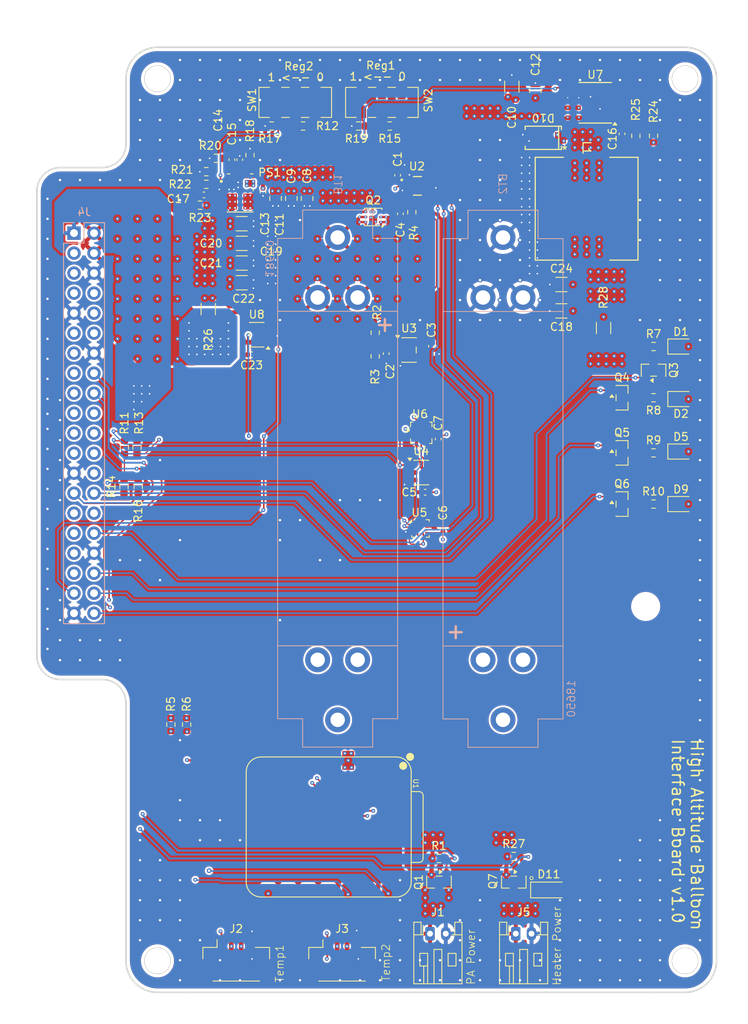
<source format=kicad_pcb>
(kicad_pcb (version 20241229) (generator "pcbnew") (generator_version "9.0")
  (layers (0 "F.Cu" signal) (4 "In1.Cu" signal) (6 "In2.Cu" signal) (2 "B.Cu" signal) (13 "F.Paste" user) (15 "B.Paste" user) (5 "F.SilkS" user "F.Silkscreen") (7 "B.SilkS" user "B.Silkscreen") (1 "F.Mask" user) (3 "B.Mask" user) (25 "Edge.Cuts" user))
  (net 0 "")
  (net 1 "+VBAT")
  (net 2 "Net-(BT1--)")
  (net 3 "GND")
  (net 4 "+5V")
  (net 5 "Net-(D1-K)")
  (net 6 "Net-(D2-K)")
  (net 7 "Net-(D11-K)")
  (net 8 "/5V_HEATER_EN")
  (net 9 "/GPS_WAKE")
  (net 11 "Net-(D5-K)")
  (net 13 "/GPS_RST_N")
  (net 16 "Net-(D9-K)")
  (net 17 "Net-(D10-K)")
  (net 18 "Net-(J1-Pin_1)")
  (net 19 "+3V3_SBC")
  (net 20 "/I2C_SNS_SDA")
  (net 21 "/I2C_SNS_SCL")
  (net 22 "/5V_PA_EN")
  (net 23 "+PACK")
  (net 24 "Net-(Q2-G)")
  (net 25 "Net-(Q3-D)")
  (net 26 "/LED1")
  (net 27 "Net-(Q4-D)")
  (net 28 "/LED2")
  (net 29 "/LED3")
  (net 30 "Net-(Q5-D)")
  (net 31 "Net-(Q6-D)")
  (net 32 "/LED4")
  (net 33 "Net-(U3-VDD)")
  (net 34 "/GPS_RX")
  (net 35 "/UART2_TX_M0")
  (net 36 "/UART2_RX_M0")
  (net 37 "/GPS_TX")
  (net 38 "Net-(SW1A-B)")
  (net 39 "Net-(SW2A-B)")
  (net 40 "/REG2_EN")
  (net 41 "Net-(PS1-MODE)")
  (net 42 "/REG1_EN")
  (net 43 "Net-(C15-Pad2)")
  (net 44 "Net-(PS1-FB)")
  (net 45 "Net-(C17-Pad2)")
  (net 46 "Net-(U7-FB)")
  (net 55 "Net-(U3-CT)")
  (net 59 "/5V_SNS")
  (net 62 "Net-(U7-BOOT)")
  (net 65 "/5VSNS_N")
  (net 66 "/5VSNS_P")
  (net 75 "/I2C_BATT_SCL")
  (net 83 "Net-(PS1-SS{slash}PG)")
  (net 85 "Net-(PS1-RT{slash}SYNC)")
  (net 90 "/I2C_BATT_SDA")
  (net 91 "/BATT_ALERT_N")
  (net 98 "/5V_SUPPLY_1")
  (net 99 "/5V_SUPPLY_2")
  (footprint "Capacitor_SMD:C_0402_1005Metric" (layer "F.Cu") (at 182.617887 46.225834 90)
    (property "Reference" "C16")
    (property "Value" "10nF")
  )
  (footprint "Capacitor_SMD:C_1206_3216Metric" (layer "F.Cu") (at 174.917887 65.350834 180)
    (property "Reference" "C24")
    (property "Value" "22uF")
  )
  (footprint "Resistor_SMD:R_0603_1608Metric" (layer "F.Cu") (at 129.017887 55.275834 180)
    (property "Reference" "R23")
    (property "Value" "49.9")
  )
  (footprint "Capacitor_SMD:C_1206_3216Metric" (layer "F.Cu") (at 134.317887 65.125834)
    (property "Reference" "C22")
    (property "Value" "22uF")
  )
  (footprint "Diode_SMD:D_SOD-123" (layer "F.Cu") (at 173.367887 142.225834)
    (property "Reference" "D11")
    (property "Value" "MMSD914")
  )
  (footprint "hab_library:MODULE_TPSM843321RCJR" (layer "F.Cu") (at 134.117887 53.725834)
    (property "Reference" "PS1")
    (property "Value" "TPSM843321RCJR")
  )
  (footprint "NetTie:NetTie-2_SMD_Pad0.5mm" (layer "F.Cu") (at 133.217887 68.875834 180)
    (property "Reference" "NT2" (hide yes))
    (property "Value" "NetTie_2" (hide yes))
  )
  (footprint "hab_library:XIAO-DIP-SMT" (layer "F.Cu") (at 145.299387 134.225834 -90)
    (property "Reference" "U1")
    (property "Value" "XIAO-DIP-REVERSE")
  )
  (footprint "Capacitor_SMD:C_1206_3216Metric" (layer "F.Cu") (at 134.317887 60.125834)
    (property "Reference" "C20")
    (property "Value" "22uF")
  )
  (footprint "Resistor_SMD:R_0603_1608Metric" (layer "F.Cu") (at 119.367887 91.025834 90)
    (property "Reference" "R14")
    (property "Value" "4.7k")
  )
  (footprint "Capacitor_SMD:C_1206_3216Metric" (layer "F.Cu") (at 134.317887 62.625834)
    (property "Reference" "C21")
    (property "Value" "22uF")
  )
  (footprint "Resistor_SMD:R_0603_1608Metric" (layer "F.Cu") (at 125.317887 121.225834 90)
    (property "Reference" "R5")
    (property "Value" "0")
  )
  (footprint "Resistor_SMD:R_0603_1608Metric" (layer "F.Cu") (at 186.617887 79.725834 180)
    (property "Reference" "R8")
    (property "Value" "R")
  )
  (footprint "Resistor_SMD:R_0603_1608Metric" (layer "F.Cu") (at 119.417887 86.025834 -90)
    (property "Reference" "R11")
    (property "Value" "4.7k")
  )
  (footprint "MountingHole:MountingHole_3.2mm_M3" (layer "F.Cu") (at 123.6179 39.2258)
    (property "Reference" "H1" (hide yes))
    (property "Value" "MountingHole")
  )
  (footprint "Package_SON:Texas_DQK" (layer "F.Cu") (at 151.017887 56.775834 180)
    (property "Reference" "Q2")
    (property "Value" "CSD25310Q2")
  )
  (footprint "Resistor_SMD:R_0603_1608Metric" (layer "F.Cu") (at 159.367887 138.225834)
    (property "Reference" "R1")
    (property "Value" "100k")
  )
  (footprint "hab_library:MAX17048_DFN" (layer "F.Cu") (at 156.640087 52.825834)
    (property "Reference" "U2")
    (property "Value" "MAX17048G+T10")
  )
  (footprint "Capacitor_SMD:C_0402_1005Metric" (layer "F.Cu") (at 157.617887 91.725834 180)
    (property "Reference" "C5")
    (property "Value" "0.1uF")
  )
  (footprint "Resistor_SMD:R_0603_1608Metric" (layer "F.Cu") (at 184.367887 46.475834 -90)
    (property "Reference" "R25")
    (property "Value" "4.7k")
  )
  (footprint "Capacitor_SMD:C_1206_3216Metric" (layer "F.Cu") (at 168.617887 40.225834 90)
    (property "Reference" "C10")
    (property "Value" "22uF")
  )
  (footprint "Connector_JST:JST_GH_SM04B-GHS-TB_1x04-1MP_P1.25mm_Horizontal" (layer "F.Cu") (at 133.617887 151.225834)
    (property "Reference" "J2")
    (property "Value" "SM04B-GHS-TB")
  )
  (footprint "hab_library:VISHAY_DO_221AC" (layer "F.Cu") (at 172.617887 46.725834 180)
    (property "Reference" "D10")
    (property "Value" "VSSAF5M6HM3/H")
  )
  (footprint "Capacitor_SMD:C_0402_1005Metric" (layer "F.Cu") (at 158.417887 73.175834 -90)
    (property "Reference" "C3")
    (property "Value" "0.1uF")
  )
  (footprint "Package_TO_SOT_SMD:SOT-23" (layer "F.Cu") (at 186.617887 76.225834 90)
    (property "Reference" "Q3")
    (property "Value" "BSS138")
  )
  (footprint "Resistor_SMD:R_0603_1608Metric" (layer "F.Cu") (at 149.117887 45.225834 180)
    (property "Reference" "R19")
    (property "Value" "100k")
  )
  (footprint "Resistor_SMD:R_0603_1608Metric" (layer "F.Cu") (at 135.367887 48.925834 90)
    (property "Reference" "R18")
    (property "Value" "30k")
  )
  (footprint "NetTie:NetTie-2_SMD_Pad0.5mm" (layer "F.Cu") (at 133.217887 68.125834 180)
    (property "Reference" "NT1" (hide yes))
    (property "Value" "NetTie_2" (hide yes))
  )
  (footprint "Connector_JST:JST_PH_S2B-PH-K_1x02_P2.00mm_Horizontal" (layer "F.Cu") (at 169.117887 147.775834)
    (property "Reference" "J5")
    (property "Value" "S2B-PH-K-S")
  )
  (footprint "Capacitor_SMD:C_0402_1005Metric" (layer "F.Cu") (at 133.067887 49.505834 90)
    (property "Reference" "C15")
    (property "Value" "10nF")
  )
  (footprint "Capacitor_SMD:C_0402_1005Metric" (layer "F.Cu") (at 159.867887 96.375834 90)
    (property "Reference" "C6")
    (property "Value" "0.1uF")
  )
  (footprint "Resistor_SMD:R_0603_1608Metric" (layer "F.Cu") (at 121.017887 86.025834 -90)
    (property "Reference" "R13")
    (property "Value" "4.7k")
  )
  (footprint "Capacitor_SMD:C_0805_2012Metric" (layer "F.Cu") (at 171.617887 40.725834 90)
    (property "Reference" "C12")
    (property "Value" "10uF")
  )
  (footprint "Connector_JST:JST_GH_SM04B-GHS-TB_1x04-1MP_P1.25mm_Horizontal" (layer "F.Cu") (at 147.064554 151.225834)
    (property "Reference" "J3")
    (property "Value" "SM04B-GHS-TB")
  )
  (footprint "Capacitor_SMD:C_1206_3216Metric" (layer "F.Cu") (at 174.917887 68.700834 180)
    (property "Reference" "C18")
    (property "Value" "22uF")
  )
  (footprint "Capacitor_SMD:C_0402_1005Metric" (layer "F.Cu") (at 137.017887 53.625834 -90)
    (property "Reference" "C13")
    (property "Value" "0.1uF")
  )
  (footprint "Resistor_SMD:R_0603_1608Metric" (layer "F.Cu") (at 151.267887 74.475834 -90)
    (property "Reference" "R3")
    (property "Value" "499k")
  )
  (footprint "Resistor_SMD:R_1206_3216Metric" (layer "F.Cu") (at 180.267887 70.875834 -90)
    (property "Reference" "R28")
    (property "Value" "0.01")
  )
  (footprint "MountingHole:MountingHole_3.2mm_M3" (layer "F.Cu") (at 190.6178 151.2258)
    (property "Reference" "H3" (hide yes))
    (property "Value" "MountingHole")
  )
  (footprint "Resistor_SMD:R_0603_1608Metric" (layer "F.Cu") (at 168.867887 137.975834)
    (property "Reference" "R27")
    (property "Value" "100k")
  )
  (footprint "Resistor_SMD:R_0603_1608Metric" (layer "F.Cu") (at 186.617887 93.225834 180)
    (property "Reference" "R10")
    (property "Value" "R")
  )
  (footprint "Resistor_SMD:R_0603_1608Metric" (layer "F.Cu") (at 142.117887 45.225834 180)
    (property "Reference" "R12")
    (property "Value" "50k")
  )
  (footprint "Resistor_SMD:R_0603_1608Metric" (layer "F.Cu") (at 186.617887 86.725834 180)
    (property "Reference" "R9")
    (property "Value" "R")
  )
  (footprint "Package_TO_SOT_SMD:SOT-23" (layer "F.Cu") (at 182.617887 93.225834)
    (property "Reference" "Q6")
    (property "Value" "BSS138")
  )
  (footprint "LED_SMD:LED_0805_2012Metric" (layer "F.Cu") (at 190.117887 79.892501)
    (property "Reference" "D2")
    (property "Value" "LED")
  )
  (footprint "Package_TO_SOT_SMD:SOT-23-5" (layer "F.Cu") (at 136.217887 71.725834 180)
    (property "Reference" "U8")
    (property "Value" "INA281A4")
  )
  (footprint "Resistor_SMD:R_0603_1608Metric" (layer "F.Cu") (at 186.617887 46.475834 90)
    (property "Reference" "R24")
    (property "Value" "0")
  )
  (footprint "Resistor_SMD:R_0603_1608Metric" (layer "F.Cu") (at 138.117887 45.225834 180)
    (property "Reference" "R17")
    (property "Value" "100k")
  )
  (footprint "Resistor_SMD:R_0603_1608Metric" (layer "F.Cu") (at 131.067887 49.325834 180)
    (property "Reference" "R20")
    (property "Value" "0")
  )
  (footprint "Package_LGA:LGA-14_2x2mm_P0.35mm_LayoutBorder3x4y" (layer "F.Cu") (at 157.017887 96.325834)
    (property "Reference" "U5")
    (property "Value" "LIS2DH")
  )
  (footprint "Capacitor_SMD:C_0402_1005Metric" (layer "F.Cu") (at 154.467887 56.375834 90)
    (property "Reference" "C4")
    (property "Value" "0.1uF")
  )
  (footprint "MountingHole:MountingHole_3.2mm_M3" (layer "F.Cu") (at 185.618 106.2259)
    (property "Reference" "H5" (hide yes))
    (property "Value" "MountingHole")
  )
  (footprint "Package_TO_SOT_SMD:SOT-23" (layer "F.Cu") (at 182.617887 86.725834)
    (property "Reference" "Q5")
    (property "Value" "BSS138")
  )
  (footprint "Capacitor_SMD:C_0402_1005Metric" (layer "F.Cu") (at 134.067887 49.505834 90)
    (property "Reference" "C14")
    (property "Value" "10nF")
  )
  (footprint "Package_LGA:ST_HLGA-10_2.5x2.5mm_P0.6mm_LayoutBorder3x2y" (layer "F.Cu") (at 157.117887 84.175834)
    (property "Reference" "U6")
    (property "Value" "LPS25HB")
  )
  (footprint "Package_TO_SOT_SMD:SOT-23-6" (layer "F.Cu") (at 157.117887 89.225834)
    (property "Reference" "U4")
    (property "Value" "TMP100")
  )
  (footprint "Package_TO_SOT_SMD:SOT-23" (layer "F.Cu") (at 182.617887 79.725834)
    (property "Reference" "Q4")
    (property "Value" "BSS138")
  )
  (footprint "Capacitor_SMD:C_0805_2012Metric" (layer "F.Cu") (at 138.617887 54.425834 -90)
    (property "Reference" "C11")
    (property "Value" "10uF")
  )
  (footprint "Capacitor_SMD:C_0805_2012Metric" (layer "F.Cu") (at 140.617887 54.425834 -90)
    (property "Reference" "C9")
    (property "Value" "10uF")
  )
  (footprint "LED_SMD:LED_0805_2012Metric" (layer "F.Cu") (at 190.117887 86.559167)
    (property "Reference" "D5")
    (property "Value" "LED")
  )
  (footprint "Resistor_SMD:R_0603_1608Metric" (layer "F.Cu") (at 121.167887 91.025834 90)
    (property "Reference" "R16")
    (property "Value" "4.7k")
  )
  (footprint "LED_SMD:LED_0805_2012Metric" (layer "F.Cu") (at 190.117887 93.225834)
    (property "Reference" "D9")
    (property "Value" "LED")
  )
  (footprint "Capacitor_SMD:C_0402_1005Metric" (layer "F.Cu") (at 154.117887 51.475834 90)
    (property "Reference" "C1")
    (property "Value" "0.1uF")
  )
  (footprint "LED_SMD:LED_0805_2012Metric" (layer "F.Cu") (at 190.117887 73.225834)
    (property "Reference" "D1")
    (property "Value" "LED")
  )
  (footprint "hab_library:IND_BOURNS_SRR1206" (layer "F.Cu") (at 178.117887 55.725834 -90)
    (property "Reference" "L1")
    (property "Value" "12uH")
  )
  (footprint "Button_Switch_SMD:SW_DPDT_CK_JS202011JCQN" (layer "F.Cu") (at 152.117887 42.225834 180)
    (property "Reference" "SW2")
    (property "Value" "SW_DPDT_x2")
  )
  (footprint "Resistor_SMD:R_0603_1608Metric" (layer "F.Cu") (at 186.617887 73.225834 180)
    (property "Reference" "R7")
    (property "Value" "R")
  )
  (footprint "Resistor_SMD:R_1206_3216Metric" (layer "F.Cu") (at 130.067887 68.475834 -90)
    (property "Reference" "R26")
    (property "Value" "0.01")
  )
  (footprint "Resistor_SMD:R_0603_1608Metric" (layer "F.Cu") (at 129.817887 52.625834 180)
    (property "Reference" "R22")
    (property "Value" "220k")
  )
  (footprint "Resistor_SMD:R_0603_1608Metric" (layer "F.Cu") (at 129.817887 51.025834 180)
    (property "Reference" "R21")
    (property "Value" "30k")
  )
  (footprint "Capacitor_SMD:C_0402_1005Metric" (layer "F.Cu") (at 135.567887 74.263334)
    (property "Reference" "C23")
    (property "Value" "0.1uF")
  )
  (footprint "Capacitor_SMD:C_1206_3216Metric" (layer "F.Cu") (at 134.317887 57.625834)
    (property "Reference" "C19")
    (property "Value" "22uF")
  )
  (footprint "Package_TO_SOT_SMD:SOT-23" (layer "F.Cu") (at 168.867887 141.225834 -90)
    (property "Reference" "Q7")
    (property "Value" "DMG2301L")
  )
  (footprint "Package_TO_SOT_SMD:SOT-23-5" (layer "F.Cu") (at 155.567887 73.663334)
    (property "Reference" "U3")
    (property "Value" "TPS3840PL27DBVR")
  )
  (footprint "MountingHole:MountingHole_3.2mm_M3" (layer "F.Cu") (at 123.617887 151.225834)
    (property "Reference" "H4" (hide yes))
    (property "Value" "MountingHole")
  )
  (footprint "Resistor_SMD:R_0603_1608Metric" (layer "F.Cu") (at 155.917887 56.175834 90)
    (property "Reference" "R4")
    (property "Value" "100k")
  )
  (footprint "Capacitor_SMD:C_0402_1005Metric" (layer "F.Cu") (at 159.267887 84.975834 -90)
    (property "Reference" "C7")
    (property "Value" "0.1uF")
  )
  (footprint "Button_Switch_SMD:SW_DPDT_CK_JS202011JCQN" (layer "F.Cu") (at 141.117887 42.225834 180)
    (property "Reference" "SW1")
    (property "Value" "SW_DPDT_x2")
  )
  (footprint "Connector_JST:JST_PH_S2B-PH-K_1x02_P2.00mm_Horizontal" (layer "F.Cu") (at 158.23122 147.775834)
    (property "Reference" "J1")
    (property "Value" "S2B-PH-K-S")
  )
  (footprint "Capacitor_SMD:C_0402_1005Metric" (layer "F.Cu") (at 129.517887 53.975834 180)
    (property "Reference" "C17")
    (property "Value" "0.1uF")
  )
  (footprint "Capacitor_SMD:C_0805_2012Metric" (layer "F.Cu") (at 142.617887 54.425834 -90)
    (property "Reference" "C8")
    (property "Value" "10uF")
  )
  (footprint "Capacitor_SMD:C_0402_1005Metric" (layer "F.Cu") (at 152.667887 74.125834 -90)
    (property "Reference" "C2")
    (property "Value" "0.1uF")
  )
  (footprint "Resistor_SMD:R_0603_1608Metric" (layer "F.Cu") (at 127.317887 121.225834 90)
    (property "Reference" "R6")
    (property "Value" "0")
  )
  (footprint "Resistor_SMD:R_0603_1608Metric" (layer "F.Cu") (at 151.267887 71.475834 -90)
    (property "Reference" "R2")
    (property "Value" "499k")
  )
  (footprint "Resistor_SMD:R_0603_1608Metric" (layer "F.Cu") (at 153.117887 45.225834 180)
    (property "Reference" "R15")
    (property "Value" "50k")
  )
  (footprint "Package_TO_SOT_SMD:SOT-23" (layer "F.Cu") (at 159.367887 141.225834 -90)
    (property "Reference" "Q1")
    (property "Value" "DMG2301L")
  )
  (footprint "MountingHole:MountingHole_3.2mm_M3" (layer "F.Cu") (at 190.6179 39.2258)
    (property "Reference" "H2" (hide yes))
    (property "Value" "MountingHole")
  )
  (footprint "Package_SO:TI_SO-PowerPAD-8" (layer "F.Cu") (at 179.217887 42.275834 180)
    (property "Reference" "U7")
    (property "Value" "LM22676MR-5")
  )
  (footprint "hab_library:KEYSTONE_54_18650" (layer "B.Cu") (at 167.5 90 -90)
    (property "Reference" "BT2")
    (property "Value" "18650" (hide yes))
  )
  (footprint "Connector_PinSocket_2.54mm:PinSocket_2x20_P2.54mm_Vertical" (layer "B.Cu") (at 113.018 58.8259 180)
    (property "Reference" "J4")
    (property "Value" "2x20 Pin Header")
  )
  (footprint "hab_library:KEYSTONE_54_18650" (layer "B.Cu") (at 146.5 90 90)
    (property "Reference" "BT1")
    (property "Value" "18650" (hide yes))
  )
  (gr_circle (center 171.117887 140.725834) (end 171.317887 140.725834) (stroke (width 0.1)) (fill no) (layer "F.SilkS"))
  (gr_circle (center 123.617887 39.225834) (end 123.617887 37.625634) (stroke (width 0.2)) (fill no) (layer "Edge.Cuts"))
  (gr_line (start 108.3 112.5) (end 108.3 53.49995) (stroke (width 0.2)) (layer "Edge.Cuts"))
  (gr_arc (start 123.6179 155.225834) (mid 120.78498 154.049776) (end 119.617887 151.213151) (stroke (width 0.2)) (layer "Edge.Cuts"))
  (gr_line (start 119.617887 47.494001) (end 119.617887 39.2259) (stroke (width 0.2)) (layer "Edge.Cuts"))
  (gr_line (start 127.392804 155.225834) (end 123.6179 155.225834) (stroke (width 0.2)) (layer "Edge.Cuts"))
  (gr_circle (center 190.617887 151.225834) (end 190.617887 149.625634) (stroke (width 0.2)) (fill no) (layer "Edge.Cuts"))
  (gr_arc (start 194.617887 151.2258) (mid 193.446313 154.054223) (end 190.617887 155.225834) (stroke (width 0.2)) (layer "Edge.Cuts"))
  (gr_line (start 194.617887 39.225834) (end 194.617887 151.2258) (stroke (width 0.2)) (layer "Edge.Cuts"))
  (gr_circle (center 190.617887 39.225834) (end 190.617887 37.625634) (stroke (width 0.2)) (fill no) (layer "Edge.Cuts"))
  (gr_line (start 190.617887 155.225834) (end 186.84297 155.225834) (stroke (width 0.2)) (layer "Edge.Cuts"))
  (gr_line (start 186.84297 155.225834) (end 127.392804 155.225834) (stroke (width 0.2)) (layer "Edge.Cuts"))
  (gr_line (start 123.63729 35.225834) (end 190.6179 35.225834) (stroke (width 0.2)) (layer "Edge.Cuts"))
  (gr_line (start 119.617887 151.213151) (end 119.617887 118.491515) (stroke (width 0.2)) (layer "Edge.Cuts"))
  (gr_arc (start 119.617887 39.2259) (mid 120.796321 36.390581) (end 123.63729 35.225834) (stroke (width 0.2)) (layer "Edge.Cuts"))
  (gr_line (start 116.6179 115.500001) (end 111.3 115.500001) (stroke (width 0.2)) (layer "Edge.Cuts"))
  (gr_line (start 111.29995 50.500001) (end 116.617857 50.500001) (stroke (width 0.2)) (layer "Edge.Cuts"))
  (gr_arc (start 190.6179 35.225834) (mid 193.446315 36.397409) (end 194.617887 39.225834) (stroke (width 0.2)) (layer "Edge.Cuts"))
  (gr_arc (start 111.3 115.500001) (mid 109.178679 114.621321) (end 108.299999 112.5) (stroke (width 0.2)) (layer "Edge.Cuts"))
  (gr_arc (start 116.6179 115.500001) (mid 118.736218 116.375683) (end 119.617887 118.491515) (stroke (width 0.2)) (layer "Edge.Cuts"))
  (gr_arc (start 119.617887 47.494001) (mid 118.74132 49.619209) (end 116.617857 50.500001) (stroke (width 0.2)) (layer "Edge.Cuts"))
  (gr_arc (start 108.3 53.49995) (mid 109.178665 51.378665) (end 111.29995 50.500001) (stroke (width 0.2)) (layer "Edge.Cuts"))
  (gr_circle (center 123.617887 151.225834) (end 123.617887 149.625634) (stroke (width 0.2)) (fill no) (layer "Edge.Cuts"))
  (gr_text "Heater Power" (at 174.917887 154.425834 90) (layer "F.SilkS") (effects (font (size 1 1) (thickness 0.1)) (justify left bottom)))
  (gr_text "Reg1" (at 150.017887 38.125834 0) (layer "F.SilkS") (effects (font (size 1 1)) (justify left bottom)))
  (gr_text "1 <-- 0" (at 147.917887 39.525834 0) (layer "F.SilkS") (effects (font (size 1 1)) (justify left bottom)))
  (gr_text "Temp2" (at 153.217887 153.925834 90) (layer "F.SilkS") (effects (font (size 1 1) (thickness 0.1)) (justify left bottom)))
  (gr_text "1 <-- 0" (at 137.517887 39.625834 0) (layer "F.SilkS") (effects (font (size 1 1)) (justify left bottom)))
  (gr_text "PA Power" (at 164.017887 154.325834 90) (layer "F.SilkS") (effects (font (size 1 1) (thickness 0.1)) (justify left bottom)))
  (gr_text "Reg2" (at 139.617887 38.225834 0) (layer "F.SilkS") (effects (font (size 1 1)) (justify left bottom)))
  (gr_text "Temp1" (at 139.717887 154.025834 90) (layer "F.SilkS") (effects (font (size 1 1) (thickness 0.1)) (justify left bottom)))
  (gr_text "High Altitude Balloon\nInterface Board v1.0" (at 188.817887 122.925834 270) (layer "F.SilkS") (effects (font (size 1.5 1.5) (thickness 0.2) (bold yes)) (justify left bottom)))
  (via (at 149.017887 59.545834) (size 0.5) (drill 0.2) (layers "F.Cu" "B.Cu") (net 1))
  (via (at 151.557887 69.705834) (size 0.5) (drill 0.2) (layers "F.Cu" "B.Cu") (net 1))
  (via (at 146.477887 69.705834) (size 0.5) (drill 0.2) (layers "F.Cu" "B.Cu") (net 1))
  (via (at 149.267887 56.775834) (size 0.35) (drill 0.15) (layers "F.Cu" "B.Cu") (net 1))
  (via (at 149.017887 62.085834) (size 0.5) (drill 0.2) (layers "F.Cu" "B.Cu") (net 1))
  (via (at 146.477887 64.625834) (size 0.5) (drill 0.2) (layers "F.Cu" "B.Cu") (net 1))
  (via (at 151.557887 62.085834) (size 0.5) (drill 0.2) (layers "F.Cu" "B.Cu") (net 1))
  (via (at 154.097887 59.545834) (size 0.5) (drill 0.2) (layers "F.Cu" "B.Cu") (net 1))
  (via (at 146.477887 62.085834) (size 0.5) (drill 0.2) (layers "F.Cu" "B.Cu") (net 1))
  (via (at 151.992887 57.425834) (size 0.35) (drill 0.15) (layers "F.Cu" "B.Cu") (net 1))
  (via (at 154.097887 64.625834) (size 0.5) (drill 0.2) (layers "F.Cu" "B.Cu") (net 1))
  (via (at 152.667887 56.775834) (size 0.35) (drill 0.15) (layers "F.Cu" "B.Cu") (net 1))
  (via (at 141.397887 64.625834) (size 0.5) (drill 0.2) (layers "F.Cu" "B.Cu") (net 1))
  (via (at 156.637887 62.085834) (size 0.5) (drill 0.2) (layers "F.Cu" "B.Cu") (net 1))
  (via (at 152.667887 57.425834) (size 0.35) (drill 0.15) (layers "F.Cu" "B.Cu") (net 1))
  (via (at 143.937887 64.625834) (size 0.5) (drill 0.2) (layers "F.Cu" "B.Cu") (net 1))
  (via (at 151.317887 57.375834) (size 0.35) (drill 0.15) (layers "F.Cu" "B.Cu") (net 1))
  (via (at 143.937887 62.085834) (size 0.5) (drill 0.2) (layers "F.Cu" "B.Cu") (net 1))
  (via (at 141.397887 62.085834) (size 0.5) (drill 0.2) (layers "F.Cu" "B.Cu") (net 1))
  (via (at 151.992887 56.775834) (size 0.35) (drill 0.15) (layers "F.Cu" "B.Cu") (net 1))
  (via (at 149.017887 64.625834) (size 0.5) (drill 0.2) (layers "F.Cu" "B.Cu") (net 1))
  (via (at 146.477887 67.165834) (size 0.5) (drill 0.2) (layers "F.Cu" "B.Cu") (net 1))
  (via (at 156.637887 64.625834) (size 0.5) (drill 0.2) (layers "F.Cu" "B.Cu") (net 1))
  (via (at 149.267887 57.425834) (size 0.35) (drill 0.15) (layers "F.Cu" "B.Cu") (net 1))
  (via (at 149.017887 69.705834) (size 0.5) (drill 0.2) (layers "F.Cu" "B.Cu") (net 1))
  (via (at 150.042887 57.425834) (size 0.35) (drill 0.15) (layers "F.Cu" "B.Cu") (net 1))
  (via (at 150.042887 56.775834) (size 0.35) (drill 0.15) (layers "F.Cu" "B.Cu") (net 1))
  (via (at 143.937887 59.545834) (size 0.5) (drill 0.2) (layers "F.Cu" "B.Cu") (net 1))
  (via (at 151.557887 67.165834) (size 0.5) (drill 0.2) (layers "F.Cu" "B.Cu") (net 1))
  (via (at 156.637887 59.545834) (size 0.5) (drill 0.2) (layers "F.Cu" "B.Cu") (net 1))
  (via (at 151.557887 64.625834) (size 0.5) (drill 0.2) (layers "F.Cu" "B.Cu") (net 1))
  (via (at 154.097887 62.085834) (size 0.5) (drill 0.2) (layers "F.Cu" "B.Cu") (net 1))
  (via (at 154.097887 67.165834) (size 0.5) (drill 0.2) (layers "F.Cu" "B.Cu") (net 1))
  (via (at 151.557887 59.545834) (size 0.5) (drill 0.2) (layers "F.Cu" "B.Cu") (net 1))
  (via (at 141.397887 67.165834) (size 0.5) (drill 0.2) (layers "F.Cu" "B.Cu") (net 1))
  (via (at 143.937887 69.705834) (size 0.5) (drill 0.2) (layers "F.Cu" "B.Cu") (net 1))
  (via (at 150.728145 56.834244) (size 0.35) (drill 0.15) (layers "F.Cu" "B.Cu") (net 1))
  (segment (start 155.589187 51.454534) (end 155.617887 51.425834) (width 0.2) (layer "F.Cu") (net 3))
  (segment (start 157.717887 82.225834) (end 157.817887 82.125834) (width 0.2) (layer "F.Cu") (net 3))
  (segment (start 154.430387 75.638334) (end 154.467887 75.675834) (width 0.2) (layer "F.Cu") (net 3))
  (segment (start 156.517887 86.025834) (end 156.317887 86.225834) (width 0.2) (layer "F.Cu") (net 3))
  (segment (start 148.939554 149.375834) (end 148.939554 147.397501) (width 0.25) (layer "F.Cu") (net 3))
  (segment (start 154.898188 53.575835) (end 154.729421 53.407068) (width 0.2) (layer "F.Cu") (net 3))
  (segment (start 135.492887 150.850834) (end 135.617887 150.975834) (width 0.25) (layer "F.Cu") (net 3))
  (segment (start 158.417887 73.655834) (end 158.847887 73.655834) (width 0.2) (layer "F.Cu") (net 3))
  (segment (start 157.780387 95.800834) (end 159.022887 95.800834) (width 0.15) (layer "F.Cu") (net 3))
  (segment (start 157.367887 95.563334) (end 157.367887 94.675834) (width 0.15) (layer "F.Cu") (net 3))
  (segment (start 157.017887 95.563334) (end 157.017887 94.675834) (width 0.15) (layer "F.Cu") (net 3))
  (segment (start 155.980387 90.175834) (end 155.402151 90.75407) (width 0.2) (layer "F.Cu") (net 3))
  (segment (start 135.492887 149.375834) (end 135.492887 150.850834) (width 0.25) (layer "F.Cu") (net 3))
  (segment (start 154.430387 74.613334) (end 154.430387 75.638334) (width 0.2) (layer "F.Cu") (net 3))
  (segment (start 154.140087 51.203634) (end 154.167887 51.175834) (width 0.2) (layer "F.Cu") (net 3))
  (segment (start 156.517887 85.100834) (end 156.517887 86.025834) (width 0.2) (layer "F.Cu") (net 3))
  (segment (start 157.780387 96.150834) (end 158.692887 96.150834) (width 0.15) (layer "F.Cu") (net 3))
  (segment (start 132.767887 53.275834) (end 131.467887 53.275834) (width 0.3) (layer "F.Cu") (net 3))
  (segment (start 158.847887 73.655834) (end 159.367887 74.175834) (width 0.2) (layer "F.Cu") (net 3))
  (segment (start 159.867887 95.895834) (end 159.867887 94.825834) (width 0.15) (layer "F.Cu") (net 3))
  (segment (start 155.589187 53.575835) (end 154.898188 53.575835) (width 0.2) (layer "F.Cu") (net 3))
  (segment (start 155.158758 96.616705) (end 155.158758 96.751142) (width 0.15) (layer "F.Cu") (net 3))
  (segment (start 156.667887 95.563334) (end 156.667887 94.625834) (width 0.15) (layer "F.Cu") (net 3))
  (segment (start 151.267887 75.300834) (end 151.267887 76.225834) (width 0.2) (layer "F.Cu") (net 3))
  (segment (start 138.667887 71.725834) (end 138.817887 71.875834) (width 0.2) (layer "F.Cu") (net 3))
  (segment (start 155.409066 96.500834) (end 155.158758 96.751142) (width 0.15) (layer "F.Cu") (net 3))
  (segment (start 148.939554 147.397501) (end 148.917887 147.375834) (width 0.25) (layer "F.Cu") (net 3))
  (segment (start 148.939554 150.797501) (end 149.117887 150.975834) (width 0.25) (layer "F.Cu") (net 3))
  (segment (start 155.402151 90.75407) (end 154.992887 90.75407) (width 0.2) (layer "F.Cu") (net 3))
  (segment (start 135.492887 149.375834) (end 135.492887 147.600834) (width 0.25) (layer "F.Cu") (net 3))
  (segment (start 158.692887 96.150834) (end 158.717887 96.125834) (width 0.15) (layer "F.Cu") (net 3))
  (segment (start 159.022887 95.800834) (end 159.117887 95.895834) (width 0.15) (layer "F.Cu") (net 3))
  (segment (start 157.690987 53.075834) (end 158.967887 53.075834) (width 0.2) (layer "F.Cu") (net 3))
  (segment (start 157.780387 96.500834) (end 158.742887 96.500834) (width 0.15) (layer "F.Cu") (net 3))
  (segment (start 135.492887 147.600834) (end 135.617887 147.475834) (width 0.25) (layer "F.Cu") (net 3))
  (segment (start 152.667887 74.605834) (end 152.667887 75.375834) (width 0.2) (layer "F.Cu") (net 3))
  (segment (start 148.939554 149.375834) (end 148.939554 150.797501) (width 0.25) (layer "F.Cu") (net 3))
  (segment (start 157.717887 83.250834) (end 157.717887 82.225834) (width 0.2) (layer "F.Cu") (net 3))
  (segment (start 137.355387 71.725834) (end 138.667887 71.725834) (width 0.2) (layer "F.Cu") (net 3))
  (segment (start 155.589187 52.075833) (end 155.589187 51.454534) (width 0.2) (layer "F.Cu") (net 3))
  (segment (start 158.742887 96.500834) (end 158.767887 96.525834) (width 0.15) (layer "F.Cu") (net 3))
  (segment (start 156.255387 96.500834) (end 155.409066 96.500834) (width 0.15) (layer "F.Cu") (net 3))
  (via (at 164.577887 47.005834) (size 0.6) (drill 0.3) (layers "F.Cu" "B.Cu") (net 3))
  (via (at 118.857887 100.345834) (size 0.6) (drill 0.3) (layers "F.Cu" "B.Cu") (net 3))
  (via (at 139.177887 69.865834) (size 0.6) (drill 0.3) (layers "F.Cu" "B.Cu") (net 3))
  (via (at 126.477887 130.825834) (size 0.6) (drill 0.3) (layers "F.Cu" "B.Cu") (net 3))
  (via (at 111.237887 90.185834) (size 0.6) (drill 0.3) (layers "F.Cu" "B.Cu") (net 3))
  (via (at 164.577887 54.625834) (size 0.6) (drill 0.3) (layers "F.Cu" "B.Cu") (net 3))
  (via (at 126.477887 143.525834) (size 0.6) (drill 0.3) (layers "F.Cu" "B.Cu") (net 3))
  (via (at 177.277887 143.525834) (size 0.6) (drill 0.3) (layers "F.Cu" "B.Cu") (net 3))
  (via (at 154.417887 153.685834) (size 0.6) (drill 0.3) (layers "F.Cu" "B.Cu") (net 3))
  (via (at 169.867887 51.225834) (size 0.5) (drill 0.2) (layers "F.Cu" "B.Cu") (net 3))
  (via (at 135.817887 62.975834) (size 0.5) (drill 0.2) (layers "F.Cu" "B.Cu") (net 3))
  (via (at 123.937887 49.545834) (size 0.6) (drill 0.3) (layers "F.Cu" "B.Cu") (net 3))
  (via (at 192.517887 54.625834) (size 0.6) (drill 0.3) (layers "F.Cu" "B.Cu") (net 3))
  (via (at 126.477887 49.545834) (size 0.6) (drill 0.3) (layers "F.Cu" "B.Cu") (net 3))
  (via (at 144.257887 100.345834) (size 0.6) (drill 0.3) (layers "F.Cu" "B.Cu") (net 3))
  (via (at 192.517887 138.445834) (size 0.6) (drill 0.3) (layers "F.Cu" "B.Cu") (net 3))
  (via (at 138.617887 58.225834) (size 0.5) (drill 0.2) (layers "F.Cu" "B.Cu") (net 3))
  (via (at 123.937887 143.525834) (size 0.6) (drill 0.3) (layers "F.Cu" "B.Cu") (net 3))
  (via (at 179.817887 151.145834) (size 0.6) (drill 0.3) (layers "F.Cu" "B.Cu") (net 3))
  (via (at 174.737887 151.145834) (size 0.6) (drill 0.3) (layers "F.Cu" "B.Cu") (net 3))
  (via (at 184.897887 57.165834) (size 0.6) (drill 0.3) (layers "F.Cu" "B.Cu") (net 3))
  (via (at 179.817887 39.385834) (size 0.6) (drill 0.3) (layers "F.Cu" "B.Cu") (net 3))
  (via (at 131.557887 41.925834) (size 0.6) (drill 0.3) (layers "F.Cu" "B.Cu") (net 3))
  (via (at 111.237887 107.965834) (size 0.6) (drill 0.3) (layers "F.Cu" "B.Cu") (net 3))
  (via (at 184.897887 54.625834) (size 0.6) (drill 0.3) (layers "F.Cu" "B.Cu") (net 3))
  (via (at 138.617887 64.225834) (size 0.5) (drill 0.2) (layers "F.Cu" "B.Cu") (net 3))
  (via (at 192.517887 82.565834) (size 0.6) (drill 0.3) (layers "F.Cu" "B.Cu") (net 3))
  (via (at 109.647887 62.085834) (size 0.6) (drill 0.3) (layers "F.Cu" "B.Cu") (net 3))
  (via (at 171.867887 63.975834) (size 0.5) (drill 0.2) (layers "F.Cu" "B.Cu") (net 3))
  (via (at 137.017887 54.105834) (size 0.5) (drill 0.2) (layers "F.Cu" "B.Cu") (net 3))
  (via (at 126.477887 52.085834) (size 0.6) (drill 0.3) (layers "F.Cu" "B.Cu") (net 3))
  (via (at 109.647887 79.865834) (size 0.6) (drill 0.3) (layers "F.Cu" "B.Cu") (net 3))
  (via (at 169.867887 54.475834) (size 0.5) (drill 0.2) (layers "F.Cu" "B.Cu") (net 3))
  (via (at 189.977887 138.445834) (size 0.6) (drill 0.3) (layers "F.Cu" "B.Cu") (net 3))
  (via (at 126.477887 44.465834) (size 0.6) (drill 0.3) (layers "F.Cu" "B.Cu") (net 3))
  (via (at 146.797887 92.725834) (size 0.6) (drill 0.3) (layers "F.Cu" "B.Cu") (net 3))
  (via (at 139.177887 97.805834) (size 0.6) (drill 0.3) (layers "F.Cu" "B.Cu") (net 3))
  (via (at 111.237887 113.045834) (size 0.6) (drill 0.3) (layers "F.Cu" "B.Cu") (net 3))
  (via (at 174.737887 153.685834) (size 0.6) (drill 0.3) (layers "F.Cu" "B.Cu") (net 3))
  (via (at 162.037887 62.245834) (size 0.6) (drill 0.3) (layers "F.Cu" "B.Cu") (net 3))
  (via (at 167.117887 54.625834) (size 0.6) (drill 0.3) (layers "F.Cu" "B.Cu") (net 3))
  (via (at 169.867887 56.475834) (size 0.5) (drill 0.2) (layers "F.Cu" "B.Cu") (net 3))
  (via (at 172.197887 67.325834) (size 0.6) (drill 0.3) (layers "F.Cu" "B.Cu") (net 3))
  (via (at 192.517887 107.965834) (size 0.6) (drill 0.3) (layers "F.Cu" "B.Cu") (net 3))
  (via (at 177.277887 151.145834) (size 0.6) (drill 0.3) (layers "F.Cu" "B.Cu") (net 3))
  (via (at 168.617887 38.750834) (size 0.5) (drill 0.2) (layers "F.Cu" "B.Cu") (net 3))
  (via (at 167.117887 39.385834) (size 0.6) (drill 0.3) (layers "F.Cu" "B.Cu") (net 3))
  (via (at 139.177887 49.545834) (size 0.6) (drill 0.3) (layers "F.Cu" "B.Cu") (net 3))
  (via (at 121.397887 49.545834) (size 0.6) (drill 0.3) (layers "F.Cu" "B.Cu") (net 3))
  (via (at 131.557887 151.145834) (size 0.6) (drill 0.3) (layers "F.Cu" "B.Cu") (net 3))
  (via (at 109.647887 91.295834) (size 0.6) (drill 0.3) (layers "F.Cu" "B.Cu") (net 3))
  (via (at 126.477887 39.385834) (size 0.6) (drill 0.3) (layers "F.Cu" "B.Cu") (net 3))
  (via (at 192.517887 92.725834) (size 0.6) (drill 0.3) (layers "F.Cu" "B.Cu") (net 3))
  (via (at 187.437887 57.165834) (size 0.6) (drill 0.3) (layers "F.Cu" "B.Cu") (net 3))
  (via (at 109.647887 106.535834) (size 0.6) (drill 0.3) (layers "F.Cu" "B.Cu") (net 3))
  (via (at 155.158758 96.751142) (size 0.5) (drill 0.2) (layers "F.Cu" "B.Cu") (net 3))
  (via (at 123.937887 138.445834) (size 0.6) (drill 0.3) (layers "F.Cu" "B.Cu") (net 3))
  (via (at 136.637887 67.325834) (size 0.6) (drill 0.3) (layers "F.Cu" "B.Cu") (net 3))
  (via (at 155.00378 50.16636) (size 0.5) (drill 0.2) (layers "F.Cu" "B.Cu") (net 3))
  (via (at 139.177887 36.845834) (size 0.6) (drill 0.3) (layers "F.Cu" "B.Cu") (net 3))
  (via (at 111.237887 110.505834) (size 0.6) (drill 0.3) (layers "F.Cu" "B.Cu") (net 3))
  (via (at 179.817887 143.525834) (size 0.6) (drill 0.3) (layers "F.Cu" "B.Cu") (net 3))
  (via (at 192.517887 113.045834) (size 0.6) (drill 0.3) (layers "F.Cu" "B.Cu") (net 3))
  (via (at 192.517887 146.065834) (size 0.6) (drill 0.3) (layers "F.Cu" "B.Cu") (net 3))
  (via (at 162.037887 54.625834) (size 0.6) (drill 0.3) (layers "F.Cu" "B.Cu") (net 3))
  (via (at 126.477887 146.065834) (size 0.6) (drill 0.3) (layers "F.Cu" "B.Cu") (net 3))
  (via (at 189.977887 133.365834) (size 0.6) (drill 0.3) (layers "F.Cu" "B.Cu") (net 3))
  (via (at 109.647887 74.785834) (size 0.6) (drill 0.3) (layers "F.Cu" "B.Cu") (net 3))
  (via (at 172.197887 153.685834) (size 0.6) (drill 0.3) (layers "F.Cu" "B.Cu") (net 3))
  (via (at 139.177887 95.265834) (size 0.6) (drill 0.3) (layers "F.Cu" "B.Cu") (net 3))
  (via (at 109.647887 57.005834) (size 0.6) (drill 0.3) (layers "F.Cu" "B.Cu") (net 3))
  (via (at 178.615387 41.500834) (size 0.5) (drill 0.2) (layers "F.Cu" "B.Cu") (net 3))
  (via (at 137.617887 64.225834) (size 0.5) (drill 0.2) (layers "F.Cu" "B.Cu") (net 3))
  (via (at 134.097887 44.465834) (size 0.6) (drill 0.3) (layers "F.Cu" "B.Cu") (net 3))
  (via (at 162.037887 153.685834) (size 0.6) (drill 0.3) (layers "F.Cu" "B.Cu") (net 3))
  (via (at 135.817887 57.275834) (size 0.5) (drill 0.2) (layers "F.Cu" "B.Cu") (net 3))
  (via (at 184.897887 69.865834) (size 0.6) (drill 0.3) (layers "F.Cu" "B.Cu") (net 3))
  (via (at 121.397887 47.005834) (size 0.6) (drill 0.3) (layers "F.Cu" "B.Cu") (net 3))
  (via (at 192.517887 123.205834) (size 0.6) (drill 0.3) (layers "F.Cu" "B.Cu") (net 3))
  (via (at 136.637887 39.385834) (size 0.6) (drill 0.3) (layers "F.Cu" "B.Cu") (net 3))
  (via (at 132.717887 53.275834) (size 0.5) (drill 0.2) (layers "F.Cu" "B.Cu") (net 3))
  (via (at 167.117887 47.005834) (size 0.6) (drill 0.3) (layers "F.Cu" "B.Cu") (net 3))
  (via (at 184.897887 146.065834) (size 0.6) (drill 0.3) (layers "F.Cu" "B.Cu") (net 3))
  (via (at 121.397887 41.925834) (size 0.6) (drill 0.3) (layers "F.Cu" "B.Cu") (net 3))
  (via (at 192.517887 148.605834) (size 0.6) (drill 0.3) (layers "F.Cu" "B.Cu") (net 3))
  (via (at 177.277887 146.065834) (size 0.6) (drill 0.3) (layers "F.Cu" "B.Cu") (net 3))
  (via (at 159.497887 151.145834) (size 0.6) (drill 0.3) (layers "F.Cu" "B.Cu") (net 3))
  (via (at 123.937887 44.465834) (size 0.6) (drill 0.3) (layers "F.Cu" "B.Cu") (net 3))
  (via (at 151.877887 151.145834) (size 0.6) (drill 0.3) (layers "F.Cu" "B.Cu") (net 3))
  (via (at 169.657887 69.865834) (size 0.6) (drill 0.3) (layers "F.Cu" "B.Cu") (net 3))
  (via (at 187.437887 69.865834) (size 0.6) (drill 0.3) (layers "F.Cu" "B.Cu") (net 3))
  (via (at 134.097887 41.925834) (size 0.6) (drill 0.3) (layers "F.Cu" "B.Cu") (net 3))
  (via (at 187.437887 135.905834) (size 0.6) (drill 0.3) (layers "F.Cu" "B.Cu") (net 3))
  (via (at 142.967887 55.375834) (size 0.5) (drill 0.2) (layers "F.Cu" "B.Cu") (net 3))
  (via (at 189.977887 67.325834) (size 0.6) (drill 0.3) (layers "F.Cu" "B.Cu") (net 3))
  (via (at 152.667887 75.375834) (size 0.5) (drill 0.2) (layers "F.Cu" "B.Cu") (net 3))
  (via (at 113.777887 52.085834) (size 0.6) (drill 0.3) (layers "F.Cu" "B.Cu") (net 3))
  (via (at 177.277887 148.605834) (size 0.6) (drill 0.3) (layers "F.Cu" "B.Cu") (net 3))
  (via (at 170.867887 54.475834) (size 0.5) (drill 0.2) (layers "F.Cu" "B.Cu") (net 3))
  (via (at 164.577887 39.385834) (size 0.6) (drill 0.3) (layers "F.Cu" "B.Cu") (net 3))
  (via (at 151.877887 36.845834) (size 0.6) (drill 0.3) (layers "F.Cu" "B.Cu") (net 3))
  (via (at 162.037887 57.165834) (size 0.6) (drill 0.3) (layers "F.Cu" "B.Cu") (net 3))
  (via (at 164.577887 57.165834) (size 0.6) (drill 0.3) (layers "F.Cu" "B.Cu") (net 3))
  (via (at 137.292887 45.225834) (size 0.5) (drill 0.2) (layers "F.Cu" "B.Cu") (net 3))
  (via (at 179.817887 153.685834) (size 0.6) (drill 0.3) (layers "F.Cu" "B.Cu") (net 3))
  (via (at 167.117887 52.085834) (size 0.6) (drill 0.3) (layers "F.Cu" "B.Cu") (net 3))
  (via (at 192.517887 120.665834) (size 0.6) (drill 0.3) (layers "F.Cu" "B.Cu") (net 3))
  (via (at 192.517887 69.865834) (size 0.6) (drill 0.3) (layers "F.Cu" "B.Cu") (net 3))
  (via (at 151.267887 76.225834) (size 0.5) (drill 0.2) (layers "F.Cu" "B.Cu") (net 3))
  (via (at 151.877887 92.725834) (size 0.6) (drill 0.3) (layers "F.Cu" "B.Cu") (net 3))
  (via (at 154.467887 75.675834) (size 0.5) (drill 0.2) (layers "F.Cu" "B.Cu") (net 3))
  (via (at 109.647887 86.215834) (size 0.6) (drill 0.3) (layers "F.Cu" "B.Cu") (net 3))
  (via (at 192.517887 90.185834) (size 0.6) (drill 0.3) (layers "F.Cu" "B.Cu") (net 3))
  (via (at 187.437887 148.605834) (size 0.6) (drill 0.3) (layers "F.Cu" "B.Cu") (net 3))
  (via (at 111.237887 105.425834) (size 0.6) (drill 0.3) (layers "F.Cu" "B.Cu") (net 3))
  (via (at 123.937887 102.885834) (size 0.6) (drill 0.3) (layers "F.Cu" "B.Cu") (net 3))
  (via (at 169.867887 55.475834) (size 0.5) (drill 0.2) (layers "F.Cu" "B.Cu") (net 3))
  (via (at 192.517887 67.325834) (size 0.6) (drill 0.3) (layers "F.Cu" "B.Cu") (net 3))
  (via (at 175.717887 41.625834) (size 0.35) (drill 0.15) (layers "F.Cu" "B.Cu") (net 3))
  (via (at 182.357887 143.525834) (size 0.6) (drill 0.3) (layers "F.Cu" "B.Cu") (net 3))
  (via (at 170.867887 56.475834) (size 0.5) (drill 0.2) (layers "F.Cu" "B.Cu") (net 3))
  (via (at 149.337887 153.685834) (size 0.6) (drill 0.3) (layers "F.Cu" "B.Cu") (net 3))
  (via (at 138.267887 55.375834) (size 0.5) (drill 0.2) (layers "F.Cu" "B.Cu") (net 3))
  (via (at 135.817887 59.775834) (size 0.5) (drill 0.2) (layers "F.Cu" "B.Cu") (net 3))
  (via (at 187.437887 44.465834) (size 0.6) (drill 0.3) (layers "F.Cu" "B.Cu") (net 3))
  (via (at 192.517887 57.165834) (size 0.6) (drill 0.3) (layers "F.Cu" "B.Cu") (net 3))
  (via (at 146.797887 153.685834) (size 0.6) (drill 0.3) (layers "F.Cu" "B.Cu") (net 3))
  (via (at 179.820387 43.050834) (size 0.5) (drill 0.2) (layers "F.Cu" "B.Cu") (net 3))
  (via (at 111.237887 85.105834) (size 0.6) (drill 0.3) (layers "F.Cu" "B.Cu") (net 3))
  (via (at 169.657887 62.245834) (size 0.6) (drill 0.3) (layers "F.Cu" "B.Cu") (net 3))
  (via (at 171.867887 60.975834) (size 0.5) (drill 0.2) (layers "F.Cu" "B.Cu") (net 3))
  (via (at 192.517887 135.905834) (size 0.6) (drill 0.3) (layers "F.Cu" "B.Cu") (net 3))
  (via (at 192.517887 128.285834) (size 0.6) (drill 0.3) (layers "F.Cu" "B.Cu") (net 3))
  (via (at 159.367887 74.175834) (size 0.5) (drill 0.2) (layers "F.Cu" "B.Cu") (net 3))
  (via (at 189.977887 130.825834) (size 0.6) (drill 0.3) (layers "F.Cu" "B.Cu") (net 3))
  (via (at 137.617887 59.225834) (size 0.5) (drill 0.2) (layers "F.Cu" "B.Cu") (net 3))
  (via (at 109.647887 109.075834) (size 0.6) (drill 0.3) (layers "F.Cu" "B.Cu") (net 3))
  (via (at 159.497887 153.685834) (size 0.6) (drill 0.3) (layers "F.Cu" "B.Cu") (net 3))
  (via (at 137.617887 61.225834) (size 0.5) (drill 0.2) (layers "F.Cu" "B.Cu") (net 3))
  (via (at 109.647887 69.705834) (size 0.6) (drill 0.3) (layers "F.Cu" "B.Cu") (net 3))
  (via (at 164.577887 151.145834) (size 0.6) (drill 0.3) (layers "F.Cu" "B.Cu") (net 3))
  (via (at 170.867887 55.475834) (size 0.5) (drill 0.2) (layers "F.Cu" "B.Cu") (net 3))
  (via (at 189.977887 140.985834) (size 0.6) (drill 0.3) (layers "F.Cu" "B.Cu") (net 3))
  (via (at 134.097887 135.905834) (size 0.6) (drill 0.3) (layers "F.Cu" "B.Cu") (net 3))
  (via (at 156.957887 153.685834) (size 0.6) (drill 0.3) (layers "F.Cu" "B.Cu") (net 3))
  (via (at 192.517887 74.945834) (size 0.6) (drill 0.3) (layers "F.Cu" "B.Cu") (net 3))
  (via (at 184.897887 143.525834) (size 0.6) (drill 0.3) (layers "F.Cu" "B.Cu") (net 3))
  (via (at 169.657887 36.845834) (size 0.6) (drill 0.3) (layers "F.Cu" "B.Cu") (net 3))
  (via (at 182.357887 36.845834) (size 0.6) (drill 0.3) (layers "F.Cu" "B.Cu") (net 3))
  (via (at 174.737887 148.605834) (size 0.6) (drill 0.3) (layers "F.Cu" "B.Cu") (net 3))
  (via (at 116.317887 113.045834) (size 0.6) (drill 0.3) (layers "F.Cu" "B.Cu") (net 3))
  (via (at 162.037887 59.705834) (size 0.6) (drill 0.3) (layers "F.Cu" "B.Cu") (net 3))
  (via (at 187.437887 138.445834) (size 0.6) (drill 0.3) (layers "F.Cu" "B.Cu") (net 3))
  (via (at 187.437887 133.365834) (size 0.6) (drill 0.3) (layers "F.Cu" "B.Cu") (net 3))
  (via (at 159.867887 94.825834) (size 0.5) (drill 0.2) (layers "F.Cu" "B.Cu") (net 3))
  (via (at 138.967887 55.375834) (size 0.5) (drill 0.2) (layers "F.Cu" "B.Cu") (net 3))
  (via (at 121.397887 44.465834) (size 0.6) (drill 0.3) (layers "F.Cu" "B.Cu") (net 3))
  (via (at 177.277887 153.685834) (size 0.6) (drill 0.3) (layers "F.Cu" "B.Cu") (net 3))
  (via (at 192.517887 102.885834) (size 0.6) (drill 0.3) (layers "F.Cu" "B.Cu") (net 3))
  (via (at 162.037887 69.865834) (size 0.6) (drill 0.3) (layers "F.Cu" "B.Cu") (net 3))
  (via (at 177.277887 36.845834) (size 0.6) (drill 0.3) (layers "F.Cu" "B.Cu") (net 3))
  (via (at 134.097887 39.385834) (size 0.6) (drill 0.3) (layers "F.Cu" "B.Cu") (net 3))
  (via (at 170.867887 51.225834) (size 0.5) (drill 0.2) (layers "F.Cu" "B.Cu") (net 3))
  (via (at 192.517887 49.545834) (size 0.6) (drill 0.3) (layers "F.Cu" "B.Cu") (net 3))
  (via (at 184.897887 59.705834) (size 0.6) (drill 0.3) (layers "F.Cu" "B.Cu") (net 3))
  (via (at 164.577887 52.085834) (size 0.6) (drill 0.3) (layers "F.Cu" "B.Cu") (net 3))
  (via (at 184.897887 135.905834) (size 0.6) (drill 0.3) (layers "F.Cu" "B.Cu") (net 3))
  (via (at 135.817887 57.975834) (size 0.5) (drill 0.2) (layers "F.Cu" "B.Cu") (net 3))
  (via (at 189.977887 143.525834) (size 0.6) (drill 0.3) (layers "F.Cu" "B.Cu") (net 3))
  (via (at 135.617887 150.975834) (size 0.5) (drill 0.2) (layers "F.Cu" "B.Cu") (net 3))
  (via (at 170.867887 61.975834) (size 0.5) (drill 0.2) (layers "F.Cu" "B.Cu") (net 3))
  (via (at 174.737887 39.385834) (size 0.6) (drill 0.3) (layers "F.Cu" "B.Cu") (net 3))
  (via (at 139.177887 39.385834) (size 0.6) (drill 0.3) (layers "F.Cu" "B.Cu") (net 3))
  (via (at 167.117887 67.325834) (size 0.6) (drill 0.3) (layers "F.Cu" "B.Cu") (net 3))
  (via (at 187.437887 41.925834) (size 0.6) (drill 0.3) (layers "F.Cu" "B.Cu") (net 3))
  (via (at 137.617887 60.225834) (size 0.5) (drill 0.2) (layers "F.Cu" "B.Cu") (net 3))
  (via (at 162.037887 148.605834) (size 0.6) (drill 0.3) (layers "F.Cu" "B.Cu") (net 3))
  (via (at 137.617887 62.225834) (size 0.5) (drill 0.2) (layers "F.Cu" "B.Cu") (net 3))
  (via (at 192.517887 100.345834) (size 0.6) (drill 0.3) (layers "F.Cu" "B.Cu") (net 3))
  (via (at 121.397887 140.985834) (size 0.6) (drill 0.3) (layers "F.Cu" "B.Cu") (net 3))
  (via (at 162.037887 39.385834) (size 0.6) (drill 0.3) (layers "F.Cu" "B.Cu") (net 3))
  (via (at 121.397887 148.605834) (size 0.6) (drill 0.3) (layers "F.Cu" "B.Cu") (net 3))
  (via (at 129.017887 36.845834) (size 0.6) (drill 0.3) (layers "F.Cu" "B.Cu") (net 3))
  (via (at 187.437887 54.625834) (size 0.6) (drill 0.3) (layers "F.Cu" "B.Cu") (net 3))
  (via (at 123.937887 52.085834) (size 0.6) (drill 0.3) (layers "F.Cu" "B.Cu") (net 3))
  (via (at 184.897887 138.445834) (size 0.6) (drill 0.3) (layers "F.Cu" "B.Cu") (net 3))
  (via (at 164.577887 59.705834) (size 0.6) (drill 0.3) (layers "F.Cu" "B.Cu") (net 3))
  (via (at 136.637887 36.845834) (size 0.6) (drill 0.3) (layers "F.Cu" "B.Cu") (net 3))
  (via (at 130.242887 49.325834) (size 0.5) (drill 0.2) (layers "F.Cu" "B.Cu") (net 3))
  (via (at 167.117887 69.865834) (size 0.6) (drill 0.3) (layers "F.Cu" "B.Cu") (net 3))
  (via (at 146.797887 36.845834) (size 0.6) (drill 0.3) (layers "F.Cu" "B.Cu") (net 3))
  (via (at 177.117887 41.625834) (size 0.35) (drill 0.15) (layers "F.Cu" "B.Cu") (net 3))
  (via (at 109.647887 59.545834) (size 0.6) (drill 0.3) (layers "F.Cu" "B.Cu") (net 3))
  (via (at 164.577887 49.545834) (size 0.6) (drill 0.3) (layers "F.Cu" "B.Cu") (net 3))
  (via (at 187.437887 146.065834) (size 0.6) (drill 0.3) (layers "F.Cu" "B.Cu") (net 3))
  (via (at 170.867887 59.975834) (size 0.5) (drill 0.2) (layers "F.Cu" "B.Cu") (net 3))
  (via (at 154.417887 146.065834) (size 0.6) (drill 0.3) (layers "F.Cu" "B.Cu") (net 3))
  (via (at 151.877887 39.385834) (size 0.6) (drill 0.3) (layers "F.Cu" "B.Cu") (net 3))
  (via (at 141.717887 39.385834) (size 0.6) (drill 0.3) (layers "F.Cu" "B.Cu") (net 3))
  (via (at 156.317887 86.225834) (size 0.5) (drill 0.2) (layers "F.Cu" "B.Cu") (net 3))
  (via (at 136.637887 47.005834) (size 0.6) (drill 0.3) (layers "F.Cu" "B.Cu") (net 3))
  (via (at 189.977887 54.625834) (size 0.6) (drill 0.3) (layers "F.Cu" "B.Cu") (net 3))
  (via (at 109.647887 96.375834) (size 0.6) (drill 0.3) (layers "F.Cu" "B.Cu") (net 3))
  (via (at 187.437887 59.705834) (size 0.6) (drill 0.3) (layers "F.Cu" "B.Cu") (net 3))
  (via (at 192.517887 118.125834) (size 0.6) (drill 0.3) (layers "F.Cu" "B.Cu") (net 3))
  (via (at 155.617887 51.425834) (size 0.5) (drill 0.2) (layers "F.Cu" "B.Cu") (net 3))
  (via (at 131.557887 133.365834) (size 0.6) (drill 0.3) (layers "F.Cu" "B.Cu") (net 3))
  (via (at 126.477887 151.145834) (size 0.6) (drill 0.3) (layers "F.Cu" "B.Cu") (net 3))
  (via (at 126.477887 41.925834) (size 0.6) (drill 0.3) (layers "F.Cu" "B.Cu") (net 3))
  (via (at 192.517887 80.025834) (size 0.6) (drill 0.3) (layers "F.Cu" "B.Cu") (net 3))
  (via (at 162.037887 146.065834) (size 0.6) (drill 0.3) (layers "F.Cu" "B.Cu") (net 3))
  (via (at 192.517887 140.985834) (size 0.6) (drill 0.3) (layers "F.Cu" "B.Cu") (net 3))
  (via (at 192.517887 41.925834) (size 0.6) (drill 0.3) (layers "F.Cu" "B.Cu") (net 3))
  (via (at 116.317887 110.505834) (size 0.6) (drill 0.3) (layers "F.Cu" "B.Cu") (net 3))
  (via (at 189.977887 59.705834) (size 0.6) (drill 0.3) (layers "F.Cu" "B.Cu") (net 3))
  (via (at 192.517887 72.405834) (size 0.6) (drill 0.3) (layers "F.Cu" "B.Cu") (net 3))
  (via (at 141.717887 95.265834) (size 0.6) (drill 0.3) (layers "F.Cu" "B.Cu") (net 3))
  (via (at 129.017887 133.365834) (size 0.6) (drill 0.3) (layers "F.Cu" "B.Cu") (net 3))
  (via (at 121.397887 52.085834) (size 0.6) (drill 0.3) (layers "F.Cu" "B.Cu") (net 3))
  (via (at 192.517887 143.525834) (size 0.6) (drill 0.3) (layers "F.Cu" "B.Cu") (net 3))
  (via (at 192.517887 115.585834) (size 0.6) (drill 0.3) (layers "F.Cu" "B.Cu") (net 3))
  (via (at 157.817887 82.125834) (size 0.5) (drill 0.2) (layers "F.Cu" "B.Cu") (net 3))
  (via (at 184.897887 140.985834) (size 0.6) (drill 0.3) (layers "F.Cu" "B.Cu") (net 3))
  (via (at 126.477887 97.805834) (size 0.6) (drill 0.3) (layers "F.Cu" "B.Cu") (net 3))
  (via (at 171.867887 62.975834) (size 0.5) (drill 0.2) (layers "F.Cu" "B.Cu") (net 3))
  (via (at 109.647887 101.455834) (size 0.6) (drill 0.3) (layers "F.Cu" "B.Cu") (net 3))
  (via (at 109.647887 111.615834) (size 0.6) (drill 0.3) (layers "F.Cu" "B.Cu") (net 3))
  (via (at 187.437887 36.845834) (size 0.6) (drill 0.3) (layers "F.Cu" "B.Cu") (net 3))
  (via (at 167.117887 36.845834) (size 0.6) (drill 0.3) (layers "F.Cu" "B.Cu") (net 3))
  (via (at 169.657887 59.705834) (size 0.6) (drill 0.3) (layers "F.Cu" "B.Cu") (net 3))
  (via (at 135.617887 147.475834) (size 0.5) (drill 0.2) (layers "F.Cu" "B.Cu") (net 3))
  (via (at 184.897887 36.845834) (size 0.6) (drill 0.3) (layers "F.Cu" "B.Cu") (net 3))
  (via (at 192.517887 110.505834) (size 0.6) (drill 0.3) (layers "F.Cu" "B.Cu") (net 3))
  (via (at 121.397887 143.525834) (size 0.6) (drill 0.3) (layers "F.Cu" "B.Cu") (net 3))
  (via (at 109.647887 103.995834) (size 0.6) (drill 0.3) (layers "F.Cu" "B.Cu") (net 3))
  (via (at 137.617887 63.225834) (size 0.5) (drill 0.2) (layers "F.Cu" "B.Cu") (net 3))
  (via (at 162.037887 36.845834) (size 0.6) (drill 0.3) (layers "F.Cu" "B.Cu") (net 3))
  (via (at 170.867887 49.225834) (size 0.5) (drill 0.2) (layers "F.Cu" "B.Cu") (net 3))
  (via (at 134.097887 153.685834) (size 0.6) (drill 0.3) (layers "F.Cu" "B.Cu") (net 3))
  (via (at 164.577887 64.785834) (size 0.6) (drill 0.3) (layers "F.Cu" "B.Cu") (net 3))
  (via (at 167.117887 151.145834) (size 0.6) (drill 0.3) (layers "F.Cu" "B.Cu") (net 3))
  (via (at 189.977887 62.245834) (size 0.6) (drill 0.3) (layers "F.Cu" "B.Cu") (net 3))
  (via (at 135.817887 64.775834) (size 0.5) (drill 0.2) (layers "F.Cu" "B.Cu") (net 3))
  (via (at 118.857887 113.045834) (size 0.6) (drill 0.3) (layers "F.Cu" "B.Cu") (net 3))
  (via (at 109.647887 93.835834) (size 0.6) (drill 0.3) (layers "F.Cu" "B.Cu") (net 3))
  (via (at 154.992887 90.75407) (size 0.5) (drill 0.2) (layers "F.Cu" "B.Cu") (net 3))
  (via (at 182.357887 140.985834) (size 0.6) (drill 0.3) (layers "F.Cu" "B.Cu") (net 3))
  (via (at 189.977887 69.865834) (size 0.6) (drill 0.3) (layers "F.Cu" "B.Cu") (net 3))
  (via (at 131.557887 36.845834) (size 0.6) (drill 0.3) (layers "F.Cu" "B.Cu") (net 3))
  (via (at 192.517887 59.705834) (size 0.6) (drill 0.3) (layers "F.Cu" "B.Cu") (net 3))
  (via (at 137.617887 65.225834) (size 0.5) (drill 0.2) (layers "F.Cu" "B.Cu") (net 3))
  (via (at 156.957887 36.845834) (size 0.6) (drill 0.3) (layers "F.Cu" "B.Cu") (net 3))
  (via (at 138.617887 63.225834) (size 0.5) (drill 0.2) (layers "F.Cu" "B.Cu") (net 3))
  (via (at 149.117887 150.975834) (size 0.5) (drill 0.2) (layers "F.Cu" "B.Cu") (net 3))
  (via (at 137.617887 57.225834) (size 0.5) (drill 0.2) (layers "F.Cu" "B.Cu") (net 3))
  (via (at 172.197887 36.845834) (size 0.6) (drill 0.3) (layers "F.Cu" "B.Cu") (net 3))
  (via (at 159.497887 36.845834) (size 0.6) (drill 0.3) (layers "F.Cu" "B.Cu") (net 3))
  (via (at 131.557887 44.465834) (size 0.6) (drill 0.3) (layers "F.Cu" "B.Cu") (net 3))
  (via (at 189.977887 146.065834) (size 0.6) (drill 0.3) (layers "F.Cu" "B.Cu") (net 3))
  (via (at 126.477887 36.845834) (size 0.6) (drill 0.3) (layers "F.Cu" "B.Cu") (net 3))
  (via (at 159.497887 39.385834) (size 0.6) (drill 0.3) (layers "F.Cu" "B.Cu") (net 3))
  (via (at 126.477887 148.605834) (size 0.6) (drill 0.3) (layers "F.Cu" "B.Cu") (net 3))
  (via (at 162.037887 151.145834) (size 0.6) (drill 0.3) (layers "F.Cu" "B.Cu") (net 3))
  (via (at 154.417887 148.605834) (size 0.6) (drill 0.3) (layers "F.Cu" "B.Cu") (net 3))
  (via (at 192.517887 62.245834) (size 0.6) (drill 0.3) (layers "F.Cu" "B.Cu") (net 3))
  (via (at 171.867887 59.975834) (size 0.5) (drill 0.2) (layers "F.Cu" "B.Cu") (net 3))
  (via (at 187.437887 151.145834) (size 0.6) (drill 0.3) (layers "F.Cu" "B.Cu") (net 3))
  (via (at 146.797887 39.385834) (size 0.6) (drill 0.3) (layers "F.Cu" "B.Cu") (net 3))
  (via (at 187.437887 143.525834) (size 0.6) (drill 0.3) (layers "F.Cu" "B.Cu") (net 3))
  (via (at 136.637887 41.925834) (size 0.6) (drill 0.3) (layers "F.Cu" "B.Cu") (net 3))
  (via (at 121.397887 138.445834) (size 0.6) (drill 0.3) (layers "F.Cu" "B.Cu") (net 3))
  (via (at 138.617887 62.225834) (size 0.5) (drill 0.2) (layers "F.Cu" "B.Cu") (net 3))
  (via (at 189.977887 64.785834) (size 0.6) (drill 0.3) (layers "F.Cu" "B.Cu") (net 3))
  (via (at 149.337887 92.725834) (size 0.6) (drill 0.3) (layers "F.Cu" "B.Cu") (net 3))
  (via (at 109.647887 72.245834) (size 0.6) (drill 0.3) (layers "F.Cu" "B.Cu") (net 3))
  (via (at 187.437887 52.085834) (size 0.6) (drill 0.3) (layers "F.Cu" "B.Cu") (net 3))
  (via (at 174.737887 143.525834) (size 0.6) (drill 0.3) (layers "F.Cu" "B.Cu") (net 3))
  (via (at 135.817887 62.275834) (size 0.5) (drill 0.2) (layers "F.Cu" "B.Cu") (net 3))
  (via (at 182.357887 138.445834) (size 0.6) (drill 0.3) (layers "F.Cu" "B.Cu") (net 3))
  (via (at 131.467887 53.275834) (size 0.5) (drill 0.2) (layers "F.Cu" "B.Cu") (net 3))
  (via (at 158.967887 53.075834) (size 0.5) (drill 0.2) (layers "F.Cu" "B.Cu") (net 3))
  (via (at 192.517887 85.105834) (size 0.6) (drill 0.3) (layers "F.Cu" "B.Cu") (net 3))
  (via (at 169.867887 52.225834) (size 0.5) (drill 0.2) (layers "F.Cu" "B.Cu") (net 3))
  (via (at 149.337887 39.385834) (size 0.6) (drill 0.3) (layers "F.Cu" "B.Cu") (net 3))
  (via (at 109.647887 64.625834) (size 0.6) (drill 0.3) (layers "F.Cu" "B.Cu") (net 3))
  (via (at 131.557887 153.685834) (size 0.6) (drill 0.3) (layers "F.Cu" "B.Cu") (net 3))
  (via (at 192.517887 44.465834) (size 0.6) (drill 0.3) (layers "F.Cu" "B.Cu") (net 3))
  (via (at 174.737887 146.065834) (size 0.6) (drill 0.3) (layers "F.Cu" "B.Cu") (net 3))
  (via (at 113.777887 110.505834) (size 0.6) (drill 0.3) (layers "F.Cu" "B.Cu") (net 3))
  (via (at 192.517887 95.265834) (size 0.6) (drill 0.3) (layers "F.Cu" "B.Cu") (net 3))
  (via (at 151.877887 153.685834) (size 0.6) (drill 0.3) (layers "F.Cu" "B.Cu") (net 3))
  (via (at 189.977887 47.005834) (size 0.6) (drill 0.3) (layers "F.Cu" "B.Cu") (net 3))
  (via (at 167.117887 57.165834) (size 0.6) (drill 0.3) (layers "F.Cu" "B.Cu") (net 3))
  (via (at 118.857887 110.505834) (size 0.6) (drill 0.3) (layers "F.Cu" "B.Cu") (net 3))
  (via (at 187.437887 39.385834) (size 0.6) (drill 0.3) (layers "F.Cu" "B.Cu") (net 3))
  (via (at 146.797887 100.345834) (size 0.6) (drill 0.3) (layers "F.Cu" "B.Cu") (net 3))
  (via (at 169.657887 151.145834) (size 0.6) (drill 0.3) (layers "F.Cu" "B.Cu") (net 3))
  (via (at 129.017887 44.465834) (size 0.6) (drill 0.3) (layers "F.Cu" "B.Cu") (net 3))
  (via (at 126.477887 47.005834) (size 0.6) (drill 0.3) (layers "F.Cu" "B.Cu") (net 3))
  (via (at 128.992887 51.025834) (size 0.5) (drill 0.2) (layers "F.Cu" "B.Cu") (net 3))
  (via (at 126.477887 140.985834) (size 0.6) (drill 0.3) (layers "F.Cu" "B.Cu") (net 3))
  (via (at 111.237887 52.085834) (size 0.6) (drill 0.3) (layers "F.Cu" "B.Cu") (net 3))
  (via (at 129.017887 148.605834) (size 0.6) (drill 0.3) (layers "F.Cu" "B.Cu") (net 3))
  (via (at 179.817887 140.985834) (size 0.6) (drill 0.3) (layers "F.Cu" "B.Cu") (net 3))
  (via (at 177.277887 39.385834) (size 0.6) (drill 0.3) (layers "F.Cu" "B.Cu") (net 3))
  (via (at 189.977887 52.085834) (size 0.6) (drill 0.3) (layers "F.Cu" "B.Cu") (net 3))
  (via (at 182.357887 151.145834) (size 0.6) (drill 0.3) (layers "F.Cu" "B.Cu") (net 3))
  (via (at 171.617887 39.775834) (size 0.5) (drill 0.2) (layers "F.Cu" "B.Cu") (net 3))
  (via (at 170.867887 50.225834) (size 0.5) (drill 0.2) (layers "F.Cu" "B.Cu") (net 3))
  (via (at 126.477887 153.685834) (size 0.6) (drill 0.3) (layers "F.Cu" "B.Cu") (net 3))
  (via (at 170.867887 58.475834) (size 0.5) (drill 0.2) (layers "F.Cu" "B.Cu") (net 3))
  (via (at 121.397887 135.905834) (size 0.6) (drill 0.3) (layers "F.Cu" "B.Cu") (net 3))
  (via (at 164.577887 36.845834) (size 0.6) (drill 0.3) (layers "F.Cu" "B.Cu") (net 3))
  (via (at 129.017887 49.545834) (size 0.6) (drill 0.3) (layers "F.Cu" "B.Cu") (net 3))
  (via (at 111.237887 82.565834) (size 0.6) (drill 0.3) (layers "F.Cu" "B.Cu") (net 3))
  (via (at 156.957887 39.385834) (size 0.6) (drill 0.3) (layers "F.Cu" "B.Cu") (net 3))
  (via (at 187.437887 62.245834) (size 0.6) (drill 0.3) (layers "F.Cu" "B.Cu") (net 3))
  (via (at 189.977887 57.165834) (size 0.6) (drill 0.3) (layers "F.Cu" "B.Cu") (net 3))
  (via (at 126.477887 123.205834) (size 0.6) (drill 0.3) (layers "F.Cu" "B.Cu") (net 3))
  (via (at 129.017887 135.905834) (size 0.6) (drill 0.3) (layers "F.Cu" "B.Cu") (net 3))
  (via (at 172.197887 151.145834) (size 0.6) (drill 0.3) (layers "F.Cu" "B.Cu") (net 3))
  (via (at 133.317887 53.275834) (size 0.5) (drill 0.2) (layers "F.Cu" "B.Cu") (net 3))
  (via (at 156.957887 151.145834) (size 0.6) (drill 0.3) (layers "F.Cu" "B.Cu") (net 3))
  (via (at 134.067887 49.025834) (size 0.5) (drill 0.2) (layers "F.Cu" "B.Cu") (net 3))
  (via (at 187.437887 49.545834) (size 0.6) (drill 0.3) (layers "F.Cu" "B.Cu") (net 3))
  (via (at 135.367887 48.100834) (size 0.5) (drill 0.2) (layers "F.Cu" "B.Cu") (net 3))
  (via (at 149.337887 36.845834) (size 0.6) (drill 0.3) (layers "F.Cu" "B.Cu") (net 3))
  (via (at 164.577887 69.865834) (size 0.6) (drill 0.3) (layers "F.Cu" "B.Cu") (net 3))
  (via (at 189.977887 135.905834) (size 0.6) (drill 0.3) (layers "F.Cu" "B.Cu") (net 3))
  (via (at 170.817887 47.125834) (size 0.5) (drill 0.2) (layers "F.Cu" "B.Cu") (net 3))
  (via (at 135.817887 60.475834) (size 0.5) (drill 0.2) (layers "F.Cu" "B.Cu") (net 3))
  (via (at 169.657887 64.785834) (size 0.6) (drill 0.3) (layers "F.Cu" "B.Cu") (net 3))
  (via (at 154.417887 36.845834) (size 0.6) (drill 0.3) (layers "F.Cu" "B.Cu") (net 3))
  (via (at 182.357887 146.065834) (size 0.6) (drill 0.3) (layers "F.Cu" "B.Cu") (net 3))
  (via (at 148.917887 147.375834) (size 0.5) (drill 0.2) (layers "F.Cu" "B.Cu") (net 3))
  (via (at 136.637887 49.545834) (size 0.6) (drill 0.3) (layers "F.Cu" "B.Cu") (net 3))
  (via (at 109.647887 54.465834) (size 0.6) (drill 0.3) (layers "F.Cu" "B.Cu") (net 3))
  (via (at 109.647887 77.325834) (size 0.6) (drill 0.3) (layers "F.Cu" "B.Cu") (net 3))
  (via (at 169.657887 153.685834) (size 0.6) (drill 0.3) (layers "F.Cu" "B.Cu") (net 3))
  (via (at 170.867887 57.475834) (size 0.5) (drill 0.2) (layers "F.Cu" "B.Cu") (net 3))
  (via (at 184.897887 153.685834) (size 0.6) (drill 0.3) (layers "F.Cu" "B.Cu") (net 3))
  (via (at 184.897887 39.385834) (size 0.6) (drill 0.3) (layers "F.Cu" "B.Cu") (net 3))
  (via (at 192.517887 52.085834) (size 0.6) (drill 0.3) (layers "F.Cu" "B.Cu") (net 3))
  (via (at 179.817887 148.605834) (size 0.6) (drill 0.3) (layers "F.Cu" "B.Cu") (net 3))
  (via (at 192.517887 47.005834) (size 0.6) (drill 0.3) (layers "F.Cu" "B.Cu") (net 3))
  (via (at 169.867887 53.225834) (size 0.5) (drill 0.2) (layers "F.Cu" "B.Cu") (net 3))
  (via (at 131.557887 39.385834) (size 0.6) (drill 0.3) (layers "F.Cu" "B.Cu") (net 3))
  (via (at 187.437887 153.685834) (size 0.6) (drill 0.3) (layers "F.Cu" "B.Cu") (net 3))
  (via (at 192.517887 130.825834) (size 0.6) (drill 0.3) (layers "F.Cu" "B.Cu") (net 3))
  (via (at 142.267887 55.375834) (size 0.5) (drill 0.2) (layers "F.Cu" "B.Cu") (net 3))
  (via (at 179.817887 146.065834) (size 0.6) (drill 0.3) (layers "F.Cu" "B.Cu") (net 3))
  (via (at 170.017887 46.325834) (size 0.5) (drill 0.2) (layers "F.Cu" "B.Cu") (net 3))
  (via (at 162.037887 67.325834) (size 0.6) (drill 0.3) (layers "F.Cu" "B.Cu") (net 3))
  (via (at 140.267887 55.375834) (size 0.5) (drill 0.2) (layers "F.Cu" "B.Cu") (net 3))
  (via (at 189.977887 44.465834) (size 0.6) (drill 0.3) (layers "F.Cu" "B.Cu") (net 3))
  (via (at 139.177887 67.325834) (size 0.6) (drill 0.3) (layers "F.Cu" "B.Cu") (net 3))
  (via (at 170.867887 63.975834) (size 0.5) (drill 0.2) (layers "F.Cu" "B.Cu") (net 3))
  (via (at 138.617887 65.225834) (size 0.5) (drill 0.2) (layers "F.Cu" "B.Cu") (net 3))
  (via (at 192.517887 77.485834) (size 0.6) (drill 0.3) (layers "F.Cu" "B.Cu") (net 3))
  (via (at 123.937887 87.645834) (size 0.6) (drill 0.3) (layers "F.Cu" "B.Cu") (net 3))
  (via (at 134.097887 36.845834) (size 0.6) (drill 0.3) (layers "F.Cu" "B.Cu") (net 3))
  (via (at 156.957887 69.865834) (size 0.6) (drill 0.3) (layers "F.Cu" "B.Cu") (net 3))
  (via (at 138.617887 57.225834) (size 0.5) (drill 0.2) (layers "F.Cu" "B.Cu") (net 3))
  (via (at 109.647887 88.755834) (size 0.6) (drill 0.3) (layers "F.Cu" "B.Cu") (net 3))
  (via (at 171.867887 61.975834) (size 0.5) (drill 0.2) (layers "F.Cu" "B.Cu") (net 3))
  (via (at 141.717887 153.685834) (size 0.6) (drill 0.3) (layers "F.Cu" "B.Cu") (net 3))
  (via (at 140.967887 55.375834) (size 0.5) (drill 0.2) (layers "F.Cu" "B.Cu") (net 3))
  (via (at 109.647887 81.770834) (size 0.6) (drill 0.3) (layers "F.Cu" "B.Cu") (net 3))
  (via (at 129.017887 47.005834) (size 0.6) (drill 0.3) (layers "F.Cu" "B.Cu") (net 3))
  (via (at 170.867887 62.975834) (size 0.5) (drill 0.2) (layers "F.Cu" "B.Cu") (net 3))
  (via (at 169.867887 57.475834) (size 0.5) (drill 0.2) (layers "F.Cu" "B.Cu") (net 3))
  (via (at 154.417887 143.525834) (size 0.6) (drill 0.3) (layers "F.Cu" "B.Cu") (net 3))
  (via (at 192.517887 64.785834) (size 0.6) (drill 0.3) (layers "F.Cu" "B.Cu") (net 3))
  (via (at 167.117887 62.245834) (size 0.6) (drill 0.3) (layers "F.Cu" "B.Cu") (net 3))
  (via (at 192.517887 125.745834) (size 0.6) (drill 0.3) (layers "F.Cu" "B.Cu") (net 3))
  (via (at 109.647887 98.915834) (size 0.6) (drill 0.3) (layers "F.Cu" "B.Cu") (net 3))
  (via (at 164.577887 148.605834) (size 0.6) (drill 0.3) (layers "F.Cu" "B.Cu") (net 3))
  (via (at 154.417887 151.145834) (size 0.6) (drill 0.3) (layers "F.Cu" "B.Cu") (net 3))
  (via (at 118.857887 52.085834) (size 0.6) (drill 0.3) (layers "F.Cu" "B.Cu") (net 3))
  (via (at 170.867887 52.225834) (size 0.5) (drill 0.2) (layers "F.Cu" "B.Cu") (net 3))
  (via (at 139.177887 153.685834) (size 0.6) (drill 0.3) (layers "F.Cu" "B.Cu") (net 3))
  (via (at 141.717887 36.845834) (size 0.6) (drill 0.3) (layers "F.Cu" "B.Cu") (net 3))
  (via (at 138.617887 60.225834) (size 0.5) (drill 0.2) (layers "F.Cu" "B.Cu") (net 3))
  (via (at 164.577887 153.685834) (size 0.6) (drill 0.3) (layers "F.Cu" "B.Cu") (net 3))
  (via (at 189.977887 49.545834) (size 0.6) (drill 0.3) (layers "F.Cu" "B.Cu") (net 3))
  (via (at 170.867887 60.975834) (size 0.5) (drill 0.2) (layers "F.Cu" "B.Cu") (net 3))
  (via (at 111.237887 80.025834) (size 0.6) (drill 0.3) (layers "F.Cu" "B.Cu") (net 3))
  (via (at 123.937887 140.985834) (size 0.6) (drill 0.3) (layers "F.Cu" "B.Cu") (net 3))
  (via (at 129.017887 39.385834) (size 0.6) (drill 0.3) (layers "F.Cu" "B.Cu") (net 3))
  (via (at 192.517887 105.425834) (size 0.6) (drill 0.3) (layers "F.Cu" "B.Cu") (net 3))
  (via (at 116.317887 52.085834) (size 0.6) (drill 0.3) (layers "F.Cu" "B.Cu") (net 3))
  (via (at 141.717887 57.165834) (size 0.6) (drill 0.3) (layers "F.Cu" "B.Cu") (net 3))
  (via (at 121.397887 100.345834) (size 0.6) (drill 0.3) (layers "F.Cu" "B.Cu") (net 3))
  (via (at 138.617887 59.225834) (size 0.5) (drill 0.2) (layers "F.Cu" "B.Cu") (net 3))
  (via (at 172.197887 69.865834) (size 0.6) (drill 0.3) (layers "F.Cu" "B.Cu") (net 3))
  (via (at 111.237887 87.645834) (size 0.6) (drill 0.3) (layers "F.Cu" "B.Cu") (net 3))
  (via (at 139.177887 107.965834) (size 0.6) (drill 0.3) (layers "F.Cu" "B.Cu") (net 3))
  (via (at 169.867887 49.225834) (size 0.5) (drill 0.2) (layers "F.Cu" "B.Cu") (net 3))
  (via (at 184.897887 148.605834) (size 0.6) (drill 0.3) (layers "F.Cu" "B.Cu") (net 3))
  (via (at 167.117887 49.545834) (size 0.6) (drill 0.3) (layers "F.Cu" "B.Cu") (net 3))
  (via (at 164.577887 146.065834) (size 0.6) (drill 0.3) (layers "F.Cu" "B.Cu") (net 3))
  (via (at 134.097887 47.005834) (size 0.6) (drill 0.3) (layers "F.Cu" "B.Cu") (net 3))
  (via (at 187.437887 64.785834) (size 0.6) (drill 0.3) (layers "F.Cu" "B.Cu") (net 3))
  (via (at 137.617887 58.225834) (size 0.5) (drill 0.2) (layers "F.Cu" "B.Cu") (net 3))
  (via (at 169.867887 50.225834) (size 0.5) (drill 0.2) (layers "F.Cu" "B.Cu") (net 3))
  (via (at 109.647887 67.165834) (size 0.6) (drill 0.3) (layers "F.Cu" "B.Cu") (net 3))
  (via (at 164.577887 143.525834) (size 0.6) (drill 0.3) (layers "F.Cu" "B.Cu") (net 3))
  (via (at 187.437887 140.985834) (size 0.6) (drill 0.3) (layers "F.Cu" "B.Cu") (net 3))
  (via (at 189.977887 41.925834) (size 0.6) (drill 0.3) (layers "F.Cu" "B.Cu") (net 3))
  (via (at 182.357887 39.385834) (size 0.6) (drill 0.3) (layers "F.Cu" "B.Cu") (net 3))
  (via (at 144.257887 36.845834) (size 0.6) (drill 0.3) (layers "F.Cu" "B.Cu") (net 3))
  (via (at 109.647887 83.675834) (size 0.6) (drill 0.3) (layers "F.Cu" "B.Cu") (net 3))
  (via (at 174.737887 36.845834) (size 0.6) (drill 0.3) (layers "F.Cu" "B.Cu") (net 3))
  (via (at 138.617887 61.225834) (size 0.5) (drill 0.2) (layers "F.Cu" "B.Cu") (net 3))
  (via (at 133.867887 52.375834) (size 0.5) (drill 0.2) (layers "F.Cu" "B.Cu") (net 3))
  (via (at 129.017887 41.925834) (size 0.6) (drill 0.3) (layers "F.Cu" "B.Cu") (net 3))
  (via (at 111.237887 92.725834) (size 0.6) (drill 0.3) (layers "F.Cu" "B.Cu") (net 3))
  (via (at 154.729421 53.407068) (size 0.5) (drill 0.2) (layers "F.Cu" "B.Cu") (net 3))
  (via (at 167.117887 153.685834) (size 0.6) (drill 0.3) (layers "F.Cu" "B.Cu") (net 3))
  (via (at 113.777887 113.045834) (size 0.6) (drill 0.3) (layers "F.Cu" "B.Cu") (net 3))
  (via (at 123.937887 41.925834) (size 0.6) (drill 0.3) (layers "F.Cu" "B.Cu") (net 3))
  (via (at 192.517887 97.805834) (size 0.6) (drill 0.3) (layers "F.Cu" "B.Cu") (net 3))
  (via (at 121.397887 146.065834) (size 0.6) (drill 0.3) (layers "F.Cu" "B.Cu") (net 3))
  (via (at 182.357887 148.605834) (size 0.6) (drill 0.3) (layers "F.Cu" "B.Cu") (net 3))
  (via (at 123.937887 146.065834) (size 0.6) (drill 0.3) (layers "F.Cu" "B.Cu") (net 3))
  (via (at 144.257887 39.385834) (size 0.6) (drill 0.3) (layers "F.Cu" "B.Cu") (net 3))
  (via (at 154.417887 140.985834) (size 0.6) (drill 0.3) (layers "F.Cu" "B.Cu") (net 3))
  (via (at 173.442887 65.350834) (size 0.5) (drill 0.2) (layers "F.Cu" "B.Cu") (net 3))
  (via (at 192.517887 133.365834) (size 0.6) (drill 0.3) (layers "F.Cu" "B.Cu") (net 3))
  (via (at 184.897887 151.145834) (size 0.6) (drill 0.3) (layers "F.Cu" "B.Cu") (net 3))
  (via (at 192.517887 87.645834) (size 0.6) (drill 0.3) (layers "F.Cu" "B.Cu") (net 3))
  (via (at 154.417887 39.385834) (size 0.6) (drill 0.3) (layers "F.Cu" "B.Cu") (net 3))
  (via (at 167.117887 64.785834) (size 0.6) (drill 0.3) (layers "F.Cu" "B.Cu") (net 3))
  (via (at 162.037887 64.785834) (size 0.6) (drill 0.3) (layers "F.Cu" "B.Cu") (net 3))
  (via (at 170.867887 53.225834) (size 0.5) (drill 0.2) (layers "F.Cu" "B.Cu") (net 3))
  (via (at 173.442887 68.700834) (size 0.5) (drill 0.2) (layers "F.Cu" "B.Cu") (net 3))
  (via (at 133.867887 53.025834) (size 0.5) (drill 0.2) (layers "F.Cu" "B.Cu") (net 3))
  (via (at 182.357887 153.685834) (size 0.6) (drill 0.3) (layers "F.Cu" "B.Cu") (net 3))
  (via (at 126.477887 133.365834) (size 0.6) (drill 0.3) (layers "F.Cu" "B.Cu") (net 3))
  (via (at 148.292887 45.225834) (size 0.5) (drill 0.2) (layers "F.Cu" "B.Cu") (net 3))
  (via (at 135.792887 65.825834) (size 0.5) (drill 0.2) (layers "F.Cu" "B.Cu") (net 3))
  (via (at 131.557887 135.905834) (size 0.6) (drill 0.3) (layers "F.Cu" "B.Cu") (net 3))
  (via (at 126.477887 54.625834) (size 0.6) (drill 0.3) (layers "F.Cu" "B.Cu") (net 3))
  (via (at 164.577887 62.245834) (size 0.6) (drill 0.3) (layers "F.Cu" "B.Cu") (net 3))
  (via (at 179.817887 36.845834) (size 0.6) (drill 0.3) (layers "F.Cu" "B.Cu") (net 3))
  (via (at 123.937887 47.005834) (size 0.6) (drill 0.3) (layers "F.Cu" "B.Cu") (net 3))
  (via (at 138.817887 71.875834) (size 0.5) (drill 0.2) (layers "F.Cu" "B.Cu") (net 3))
  (via (at 132.617887 72.225834) (size 0.5) (drill 0.2) (layers "F.Cu" "B.Cu") (net 4))
  (via (at 179.617887 75.425834) (size 0.5) (drill 0.2) (layers "F.Cu" "B.Cu") (net 4))
  (via (at 118.537887 59.545834) (size 0.5) (drill 0.2) (layers "F.Cu" "B.Cu") (net 4))
  (via (at 132.617887 74.225834) (size 0.5) (drill 0.2) (layers "F.Cu" "B.Cu") (net 4))
  (via (at 121.077887 62.085834) (size 0.5) (drill 0.2) (layers "F.Cu" "B.Cu") (net 4))
  (via (at 167.917887 140.288334) (size 0.5) (drill 0.2) (layers "F.Cu" "B.Cu") (net 4))
  (via (at 128.617887 74.225834) (size 0.5) (drill 0.2) (layers "F.Cu" "B.Cu") (net 4))
  (via (at 127.617887 72.225834) (size 0.5) (drill 0.2) (layers "F.Cu" "B.Cu") (net 4))
  (via (at 129.617887 72.225834) (size 0.5) (drill 0.2) (layers "F.Cu" "B.Cu") (net 4))
  (via (at 126.157887 72.245834) (size 0.5) (drill 0.2) (layers "F.Cu" "B.Cu") (net 4))
  (via (at 127.617887 71.225834) (size 0.5) (drill 0.2) (layers "F.Cu" "B.Cu") (net 4))
  (via (at 178.617887 75.425834) (size 0.5) (drill 0.2) (layers "F.Cu" "B.Cu") (net 4))
  (via (at 168.042887 137.975834) (size 0.5) (drill 0.2) (layers "F.Cu" "B.Cu") (net 4))
  (via (at 130.617887 73.225834) (size 0.5) (drill 0.2) (layers "F.Cu" "B.Cu") (net 4))
  (via (at 157.617887 135.225834) (size 0.5) (drill 0.2) (layers "F.Cu" "B.Cu") (net 4))
  (via (at 191.055387 86.559167) (size 0.5) (drill 0.2) (layers "F.Cu" "B.Cu") (net 4))
  (via (at 191.055387 79.892501) (size 0.5) (drill 0.2) (layers "F.Cu" "B.Cu") (net 4))
  (via (at 118.537887 72.245834) (size 0.5) (drill 0.2) (layers "F.Cu" "B.Cu") (net 4))
  (via (at 132.617887 71.225834) (size 0.5) (drill 0.2) (layers "F.Cu" "B.Cu") (net 4))
  (via (at 166.617887 136.225834) (size 0.5) (drill 0.2) (layers "F.Cu" "B.Cu") (net 4))
  (via (at 123.617887 69.705834) (size 0.5) (drill 0.2) (layers "F.Cu" "B.Cu") (net 4))
  (via (at 118.537887 57.005834) (size 0.5) (drill 0.2) (layers "F.Cu" "B.Cu") (net 4))
  (via (at 128.617887 72.225834) (size 0.5) (drill 0.2) (layers "F.Cu" "B.Cu") (net 4))
  (via (at 126.157887 59.545834) (size 0.5) (drill 0.2) (layers "F.Cu" "B.Cu") (net 4))
  (via (at 191.055387 73.225834) (size 0.5) (drill 0.2) (layers "F.Cu" "B.Cu") (net 4))
  (via (at 168.617887 136.225834) (size 0.5) (drill 0.2) (layers "F.Cu" "B.Cu") (net 4))
  (via (at 182.617887 74.425834) (size 0.5) (drill 0.2) (layers "F.Cu" "B.Cu") (net 4))
  (via (at 127.617887 73.225834) (size 0.5) (drill 0.2) (layers "F.Cu" "B.Cu") (net 4))
  (via (at 121.077887 59.545834) (size 0.5) (drill 0.2) (layers "F.Cu" "B.Cu") (net 4))
  (via (at 180.617887 75.425834) (size 0.5) (drill 0.2) (layers "F.Cu" "B.Cu") (net 4))
  (via (at 129.617887 73.225834) (size 0.5) (drill 0.2) (layers "F.Cu" "B.Cu") (net 4))
  (via (at 181.617887 74.425834) (size 0.5) (drill 0.2) (layers "F.Cu" "B.Cu") (net 4))
  (via (at 123.617887 67.165834) (size 0.5) (drill 0.2) (layers "F.Cu" "B.Cu") (net 4))
  (via (at 159.617887 135.225834) (size 0.5) (drill 0.2) (layers "F.Cu" "B.Cu") (net 4))
  (via (at 118.537887 69.705834) (size 0.5) (drill 0.2) (layers "F.Cu" "B.Cu") (net 4))
  (via (at 158.617887 135.225834) (size 0.5) (drill 0.2) (layers "F.Cu" "B.Cu") (net 4))
  (via (at 123.617887 74.785834) (size 0.5) (drill 0.2) (layers "F.Cu" "B.Cu") (net 4))
  (via (at 157.617887 136.225834) (size 0.5) (drill 0.2) (layers "F.Cu" "B.Cu") (net 4))
  (via (at 180.617887 74.425834) (size 0.5) (drill 0.2) (layers "F.Cu" "B.Cu") (net 4))
  (via (at 126.157887 74.785834) (size 0.5) (drill 0.2) (layers "F.Cu" "B.Cu") (net 4))
  (via (at 121.077887 57.005834) (size 0.5) (drill 0.2) (layers "F.Cu" "B.Cu") (net 4))
  (via (at 126.157887 67.165834) (size 0.5) (drill 0.2) (layers "F.Cu" "B.Cu") (net 4))
  (via (at 121.077887 72.245834) (size 0.5) (drill 0.2) (layers "F.Cu" "B.Cu") (net 4))
  (via (at 131.617887 72.225834) (size 0.5) (drill 0.2) (layers "F.Cu" "B.Cu") (net 4))
  (via (at 191.055387 93.225834) (size 0.5) (drill 0.2) (layers "F.Cu" "B.Cu") (net 4))
  (via (at 158.542887 138.225834) (size 0.5) (drill 0.2) (layers "F.Cu" "B.Cu") (net 4))
  (via (at 179.617887 74.425834) (size 0.5) (drill 0.2) (layers "F.Cu" "B.Cu") (net 4))
  (via (at 158.417887 140.288334) (size 0.5) (drill 0.2) (layers "F.Cu" "B.Cu") (net 4))
  (via (at 121.077887 69.705834) (size 0.5) (drill 0.2) (layers "F.Cu" "B.Cu") (net 4))
  (via (at 123.617887 64.625834) (size 0.5) (drill 0.2) (layers "F.Cu" "B.Cu") (net 4))
  (via (at 132.617887 70.225834) (size 0.5) (drill 0.2) (layers "F.Cu" "B.Cu") (net 4))
  (via (at 123.617887 72.245834) (size 0.5) (drill 0.2) (layers "F.Cu" "B.Cu") (net 4))
  (via (at 159.617887 136.225834) (size 0.5) (drill 0.2) (layers "F.Cu" "B.Cu") (net 4))
  (via (at 130.617887 74.225834) (size 0.5) (drill 0.2) (layers "F.Cu" "B.Cu") (net 4))
  (via (at 182.617887 75.425834) (size 0.5) (drill 0.2) (layers "F.Cu" "B.Cu") (net 4))
  (via (at 127.617887 70.225834) (size 0.5) (drill 0.2) (layers "F.Cu" "B.Cu") (net 4))
  (via (at 178.617887 74.425834) (size 0.5) (drill 0.2) (layers "F.Cu" "B.Cu") (net 4))
  (via (at 123.617887 59.545834) (size 0.5) (drill 0.2) (layers "F.Cu" "B.Cu") (net 4))
  (via (at 167.617887 135.225834) (size 0.5) (drill 0.2) (layers "F.Cu" "B.Cu") (net 4))
  (via (at 126.157887 69.705834) (size 0.5) (drill 0.2) (layers "F.Cu" "B.Cu") (net 4))
  (via (at 127.617887 74.225834) (size 0.5) (drill 0.2) (layers "F.Cu" "B.Cu") (net 4))
  (via (at 126.157887 64.625834) (size 0.5) (drill 0.2) (layers "F.Cu" "B.Cu") (net 4))
  (via (at 131.617887 74.225834) (size 0.5) (drill 0.2) (layers "F.Cu" "B.Cu") (net 4))
  (via (at 118.537887 67.165834) (size 0.5) (drill 0.2) (layers "F.Cu" "B.Cu") (net 4))
  (via (at 126.157887 62.085834) (size 0.5) (drill 0.2) (layers "F.Cu" "B.Cu") (net 4))
  (via (at 181.617887 75.425834) (size 0.5) (drill 0.2) (layers "F.Cu" "B.Cu") (net 4))
  (via (at 158.617887 136.225834) (size 0.5) (drill 0.2) (layers "F.Cu" "B.Cu") (net 4))
  (via (at 118.537887 64.625834) (size 0.5) (drill 0.2) (layers "F.Cu" "B.Cu") (net 4))
  (via (at 121.077887 67.165834) (size 0.5) (drill 0.2) (layers "F.Cu" "B.Cu") (net 4))
  (via (at 123.617887 62.085834) (size 0.5) (drill 0.2) (layers "F.Cu" "B.Cu") (net 4))
  (via (at 128.617887 73.225834) (size 0.5) (drill 0.2) (layers "F.Cu" "B.Cu") (net 4))
  (via (at 118.537887 62.085834) (size 0.5) (drill 0.2) (layers "F.Cu" "B.Cu") (net 4))
  (via (at 121.077887 64.625834) (size 0.5) (drill 0.2) (layers "F.Cu" "B.Cu") (net 4))
  (via (at 167.617887 136.225834) (size 0.5) (drill 0.2) (layers "F.Cu" "B.Cu") (net 4))
  (via (at 132.617887 73.225834) (size 0.5) (drill 0.2) (layers "F.Cu" "B.Cu") (net 4))
  (via (at 129.617887 74.225834) (size 0.5) (drill 0.2) (layers "F.Cu" "B.Cu") (net 4))
  (via (at 130.617887 72.225834) (size 0.5) (drill 0.2) (layers "F.Cu" "B.Cu") (net 4))
  (via (at 123.617887 57.005834) (size 0.5) (drill 0.2) (layers "F.Cu" "B.Cu") (net 4))
  (via (at 168.617887 135.225834) (size 0.5) (drill 0.2) (layers "F.Cu" "B.Cu") (net 4))
  (via (at 121.077887 74.785834) (size 0.5) (drill 0.2) (layers "F.Cu" "B.Cu") (net 4))
  (via (at 166.617887 135.225834) (size 0.5) (drill 0.2) (layers "F.Cu" "B.Cu") (net 4))
  (via (at 131.617887 73.225834) (size 0.5) (drill 0.2) (layers "F.Cu" "B.Cu") (net 4))
  (segment (start 187.442887 73.225834) (end 189.180387 73.225834) (width 0.25) (layer "F.Cu") (net 5))
  (segment (start 189.01372 79.725834) (end 189.180387 79.892501) (width 0.25) (layer "F.Cu") (net 6))
  (segment (start 187.442887 79.725834) (end 189.01372 79.725834) (width 0.25) (layer "F.Cu") (net 6))
  (via (at 171.617887 145.225834) (size 0.5) (drill 0.2) (layers "F.Cu" "B.Cu") (net 7))
  (via (at 170.617887 145.225834) (size 0.5) (drill 0.2) (layers "F.Cu" "B.Cu") (net 7))
  (via (at 170.617887 144.225834) (size 0.5) (drill 0.2) (layers "F.Cu" "B.Cu") (net 7))
  (via (at 167.617887 144.225834) (size 0.5) (drill 0.2) (layers "F.Cu" "B.Cu") (net 7))
  (via (at 169.617887 145.225834) (size 0.5) (drill 0.2) (layers "F.Cu" "B.Cu") (net 7))
  (via (at 169.617887 144.225834) (size 0.5) (drill 0.2) (layers "F.Cu" "B.Cu") (net 7))
  (via (at 167.617887 145.225834) (size 0.5) (drill 0.2) (layers "F.Cu" "B.Cu") (net 7))
  (via (at 171.617887 144.225834) (size 0.5) (drill 0.2) (layers "F.Cu" "B.Cu") (net 7))
  (via (at 168.617887 145.225834) (size 0.5) (drill 0.2) (layers "F.Cu" "B.Cu") (net 7))
  (via (at 168.617887 144.225834) (size 0.5) (drill 0.2) (layers "F.Cu" "B.Cu") (net 7))
  (segment (start 170.667887 137.975834) (end 170.717887 138.025834) (width 0.25) (layer "F.Cu") (net 8))
  (segment (start 121.337557 88.725834) (end 120.967887 88.725834) (width 0.2) (layer "F.Cu") (net 8))
  (segment (start 117.592887 106.350834) (end 116.817887 105.575834) (width 0.2) (layer "F.Cu") (net 8))
  (segment (start 169.692887 137.975834) (end 170.667887 137.975834) (width 0.25) (layer "F.Cu") (net 8))
  (segment (start 116.817887 97.725834) (end 123.017887 91.525834) (width 0.2) (layer "F.Cu") (net 8))
  (segment (start 123.017887 90.406164) (end 121.337557 88.725834) (width 0.2) (layer "F.Cu") (net 8))
  (segment (start 123.017887 91.525834) (end 123.017887 90.406164) (width 0.2) (layer "F.Cu") (net 8))
  (segment (start 169.817887 138.100834) (end 169.692887 137.975834) (width 0.25) (layer "F.Cu") (net 8))
  (segment (start 116.817887 105.575834) (end 116.817887 97.725834) (width 0.2) (layer "F.Cu") (net 8))
  (segment (start 169.817887 140.288334) (end 169.817887 138.100834) (width 0.25) (layer "F.Cu") (net 8))
  (via (at 120.967887 88.725834) (size 0.5) (drill 0.2) (layers "F.Cu" "B.Cu") (net 8))
  (via (at 117.592887 106.350834) (size 0.5) (drill 0.2) (layers "F.Cu" "B.Cu") (net 8))
  (via (at 121.417887 134.475834) (size 0.5) (drill 0.2) (layers "F.Cu" "B.Cu") (net 8))
  (via (at 170.717887 138.025834) (size 0.5) (drill 0.2) (layers "F.Cu" "B.Cu") (net 8))
  (segment (start 151.067887 138.225834) (end 125.167887 138.225834) (width 0.25) (layer "B.Cu") (net 8))
  (segment (start 169.867887 138.025834) (end 168.517887 139.375834) (width 0.25) (layer "B.Cu") (net 8))
  (segment (start 115.558 79.1459) (end 116.917887 80.505787) (width 0.2) (layer "B.Cu") (net 8))
  (segment (start 152.217887 139.375834) (end 151.067887 138.225834) (width 0.25) (layer "B.Cu") (net 8))
  (segment (start 116.917887 80.505787) (end 116.917887 86.825834) (width 0.2) (layer "B.Cu") (net 8))
  (segment (start 170.717887 138.025834) (end 169.867887 138.025834) (width 0.25) (layer "B.Cu") (net 8))
  (segment (start 116.917887 86.825834) (end 118.817887 88.725834) (width 0.2) (layer "B.Cu") (net 8))
  (segment (start 125.167887 138.225834) (end 121.417887 134.475834) (width 0.25) (layer "B.Cu") (net 8))
  (segment (start 168.517887 139.375834) (end 152.217887 139.375834) (width 0.25) (layer "B.Cu") (net 8))
  (segment (start 118.817887 88.725834) (end 120.967887 88.725834) (width 0.2) (layer "B.Cu") (net 8))
  (via (at 152.919387 142.680834) (size 0.5) (drill 0.2) (layers "F.Cu" "B.Cu") (net 9))
  (via (at 130.167887 139.775834) (size 0.6) (drill 0.3) (layers "F.Cu" "B.Cu") (net 9))
  (segment (start 130.217887 139.825834) (end 150.064387 139.825834) (width 0.2) (layer "B.Cu") (net 9))
  (segment (start 130.217887 139.825834) (end 130.167887 139.775834) (width 0.2) (layer "B.Cu") (net 9))
  (segment (start 152.919387 142.680834) (end 150.064387 139.825834) (width 0.2) (layer "B.Cu") (net 9))
  (segment (start 189.01372 86.725834) (end 189.180387 86.559167) (width 0.25) (layer "F.Cu") (net 11))
  (segment (start 187.442887 86.725834) (end 189.01372 86.725834) (width 0.25) (layer "F.Cu") (net 11))
  (via (at 147.817887 142.775834) (size 0.5) (drill 0.2) (layers "F.Cu" "B.Cu") (net 13))
  (via (at 128.417887 140.925834) (size 0.5) (drill 0.2) (layers "F.Cu" "B.Cu") (net 13))
  (segment (start 131.567887 140.975834) (end 128.467887 140.975834) (width 0.2) (layer "B.Cu") (net 13))
  (segment (start 128.467887 140.975834) (end 128.417887 140.925834) (width 0.2) (layer "B.Cu") (net 13))
  (segment (start 147.817887 142.525834) (end 146.417887 141.125834) (width 0.2) (layer "B.Cu") (net 13))
  (segment (start 146.417887 141.125834) (end 131.717887 141.125834) (width 0.2) (layer "B.Cu") (net 13))
  (segment (start 147.817887 142.775834) (end 147.817887 142.525834) (width 0.2) (layer "B.Cu") (net 13))
  (segment (start 131.717887 141.125834) (end 131.567887 140.975834) (width 0.2) (layer "B.Cu") (net 13))
  (segment (start 187.442887 93.225834) (end 189.180387 93.225834) (width 0.25) (layer "F.Cu") (net 16))
  (segment (start 182.617887 46.705834) (end 182.617887 47.475834) (width 0.2) (layer "F.Cu") (net 17))
  (segment (start 182.617887 47.475834) (end 182.117887 47.975834) (width 0.2) (layer "F.Cu") (net 17))
  (via (at 176.617887 46.975834) (size 0.5) (drill 0.2) (layers "F.Cu" "B.Cu") (net 17))
  (via (at 174.417887 46.325834) (size 0.5) (drill 0.2) (layers "F.Cu" "B.Cu") (net 17))
  (via (at 176.617887 45.975834) (size 0.5) (drill 0.2) (layers "F.Cu" "B.Cu") (net 17))
  (via (at 178.617887 46.975834) (size 0.5) (drill 0.2) (layers "F.Cu" "B.Cu") (net 17))
  (via (at 178.117887 49.925834) (size 0.5) (drill 0.2) (layers "F.Cu" "B.Cu") (net 17))
  (via (at 177.617887 46.975834) (size 0.5) (drill 0.2) (layers "F.Cu" "B.Cu") (net 17))
  (via (at 175.217887 47.125834) (size 0.5) (drill 0.2) (layers "F.Cu" "B.Cu") (net 17))
  (via (at 176.617887 49.925834) (size 0.5) (drill 0.2) (layers "F.Cu" "B.Cu") (net 17))
  (via (at 179.617887 47.975834) (size 0.5) (drill 0.2) (layers "F.Cu" "B.Cu") (net 17))
  (via (at 178.617887 47.975834) (size 0.5) (drill 0.2) (layers "F.Cu" "B.Cu") (net 17))
  (via (at 177.617887 45.975834) (size 0.5) (drill 0.2) (layers "F.Cu" "B.Cu") (net 17))
  (via (at 176.617887 51.825834) (size 0.5) (drill 0.2) (layers "F.Cu" "B.Cu") (net 17))
  (via (at 178.117887 50.825834) (size 0.5) (drill 0.2) (layers "F.Cu" "B.Cu") (net 17))
  (via (at 179.717887 50.825834) (size 0.5) (drill 0.2) (layers "F.Cu" "B.Cu") (net 17))
  (via (at 179.717887 51.825834) (size 0.5) (drill 0.2) (layers "F.Cu" "B.Cu") (net 17))
  (via (at 175.717887 44.125834) (size 0.35) (drill 0.15) (layers "F.Cu" "B.Cu") (net 17))
  (via (at 176.617887 47.975834) (size 0.5) (drill 0.2) (layers "F.Cu" "B.Cu") (net 17))
  (via (at 178.617887 45.975834) (size 0.5) (drill 0.2) (layers "F.Cu" "B.Cu") (net 17))
  (via (at 179.617887 46.975834) (size 0.5) (drill 0.2) (layers "F.Cu" "B.Cu") (net 17))
  (via (at 177.117887 44.125834) (size 0.35) (drill 0.15) (layers "F.Cu" "B.Cu") (net 17))
  (via (at 179.717887 49.925834) (size 0.5) (drill 0.2) (layers "F.Cu" "B.Cu") (net 17))
  (via (at 177.617887 47.975834) (size 0.5) (drill 0.2) (layers "F.Cu" "B.Cu") (net 17))
  (via (at 178.117887 51.825834) (size 0.5) (drill 0.2) (layers "F.Cu" "B.Cu") (net 17))
  (via (at 176.617887 50.825834) (size 0.5) (drill 0.2) (layers "F.Cu" "B.Cu") (net 17))
  (via (at 157.617887 145.225834) (size 0.5) (drill 0.2) (layers "F.Cu" "B.Cu") (net 18))
  (via (at 157.617887 142.225834) (size 0.5) (drill 0.2) (layers "F.Cu" "B.Cu") (net 18))
  (via (at 160.617887 143.225834) (size 0.5) (drill 0.2) (layers "F.Cu" "B.Cu") (net 18))
  (via (at 157.617887 143.225834) (size 0.5) (drill 0.2) (layers "F.Cu" "B.Cu") (net 18))
  (via (at 157.617887 144.225834) (size 0.5) (drill 0.2) (layers "F.Cu" "B.Cu") (net 18))
  (via (at 160.617887 142.225834) (size 0.5) (drill 0.2) (layers "F.Cu" "B.Cu") (net 18))
  (via (at 158.617887 145.225834) (size 0.5) (drill 0.2) (layers "F.Cu" "B.Cu") (net 18))
  (via (at 159.617887 144.225834) (size 0.5) (drill 0.2) (layers "F.Cu" "B.Cu") (net 18))
  (via (at 158.617887 144.225834) (size 0.5) (drill 0.2) (layers "F.Cu" "B.Cu") (net 18))
  (segment (start 156.192887 83.875834) (end 155.317887 83.875834) (width 0.2) (layer "F.Cu") (net 19))
  (segment (start 156.517887 82.525834) (end 156.167887 82.175834) (width 0.2) (layer "F.Cu") (net 19))
  (segment (start 119.417887 86.850834) (end 119.417887 90.150834) (width 0.15) (layer "F.Cu") (net 19))
  (segment (start 156.255387 96.850834) (end 155.792887 96.850834) (width 0.15) (layer "F.Cu") (net 19))
  (segment (start 122.017887 86.850834) (end 123.817887 85.050834) (width 0.15) (layer "F.Cu") (net 19))
  (segment (start 135.087887 71.855834) (end 135.167887 71.775834) (width 0.2) (layer "F.Cu") (net 19))
  (segment (start 135.080387 71.863334) (end 135.167887 71.775834) (width 0.2) (layer "F.Cu") (net 19))
  (segment (start 158.097887 90.333334) (end 158.255387 90.175834) (width 0.2) (layer "F.Cu") (net 19))
  (segment (start 158.097887 91.725834) (end 158.097887 90.333334) (width 0.2) (layer "F.Cu") (net 19))
  (segment (start 119.367887 90.200834) (end 121.167887 90.200834) (width 0.15) (layer "F.Cu") (net 19))
  (segment (start 131.742887 147.600834) (end 131.617887 147.475834) (width 0.25) (layer "F.Cu") (net 19))
  (segment (start 145.189554 149.375834) (end 145.189554 150.904167) (width 0.25) (layer "F.Cu") (net 19))
  (segment (start 156.517887 83.250834) (end 156.517887 82.525834) (width 0.2) (layer "F.Cu") (net 19))
  (segment (start 158.042887 84.475834) (end 159.247887 84.475834) (width 0.2) (layer "F.Cu") (net 19))
  (segment (start 155.792887 96.850834) (end 155.617887 97.025834) (width 0.15) (layer "F.Cu") (net 19))
  (segment (start 155.817887 98.325834) (end 157.317887 98.325834) (width 0.15) (layer "F.Cu") (net 19))
  (segment (start 145.189554 147.797501) (end 145.117887 147.725834) (width 0.25) (layer "F.Cu") (net 19))
  (segment (start 155.442587 52.929234) (end 154.064487 52.929234) (width 0.15) (layer "F.Cu") (net 19))
  (segment (start 155.617887 97.025834) (end 155.617887 98.125834) (width 0.15) (layer "F.Cu") (net 19))
  (segment (start 119.417887 86.850834) (end 121.017887 86.850834) (width 0.15) (layer "F.Cu") (net 19))
  (segment (start 147.518697 126.575024) (end 147.417887 126.675834) (width 0.25) (layer "F.Cu") (net 19))
  (segment (start 155.317887 83.875834) (end 155.117887 83.675834) (width 0.2) (layer "F.Cu") (net 19))
  (segment (start 159.247887 84.475834) (end 159.267887 84.495834) (width 0.2) (layer "F.Cu") (net 19))
  (segment (start 135.080387 72.675834) (end 135.080387 71.863334) (width 0.2) (layer "F.Cu") (net 19))
  (segment (start 155.617887 98.125834) (end 155.817887 98.325834) (width 0.15) (layer "F.Cu") (net 19))
  (segment (start 131.742887 149.375834) (end 131.742887 147.600834) (width 0.25) (layer "F.Cu") (net 19))
  (segment (start 155.589187 53.075834) (end 155.442587 52.929234) (width 0.15) (layer "F.Cu") (net 19))
  (segment (start 135.087887 74.263334) (end 135.087887 71.855834) (width 0.2) (layer "F.Cu") (net 19))
  (segment (start 159.267887 84.495834) (end 160.197887 84.495834) (width 0.2) (layer "F.Cu") (net 19))
  (segment (start 147.518697 126.091524) (end 147.518697 126.575024) (width 0.25) (layer "F.Cu") (net 19))
  (segment (start 159.867887 96.855834) (end 159.867887 97.725834) (width 0.15) (layer "F.Cu") (net 19))
  (segment (start 159.867887 96.855834) (end 157.785387 96.855834) (width 0.15) (layer "F.Cu") (net 19))
  (segment (start 145.189554 149.375834) (end 145.189554 147.797501) (width 0.25) (layer "F.Cu") (net 19))
  (segment (start 121.017887 86.850834) (end 122.017887 86.850834) (width 0.15) (layer "F.Cu") (net 19))
  (segment (start 157.367887 97.088334) (end 157.367887 98.275834) (width 0.15) (layer "F.Cu") (net 19))
  (segment (start 157.317887 98.325834) (end 157.367887 98.275834) (width 0.15) (layer "F.Cu") (net 19))
  (segment (start 145.189554 150.904167) (end 145.117887 150.975834) (width 0.25) (layer "F.Cu") (net 19))
  (segment (start 160.197887 84.495834) (end 160.317887 84.375834) (width 0.2) (layer "F.Cu") (net 19))
  (segment (start 154.064487 52.929234) (end 153.817887 53.175834) (width 0.15) (layer "F.Cu") (net 19))
  (segment (start 119.417887 90.150834) (end 119.367887 90.200834) (width 0.15) (layer "F.Cu") (net 19))
  (segment (start 157.785387 96.855834) (end 157.780387 96.850834) (width 0.15) (layer "F.Cu") (net 19))
  (segment (start 158.097887 91.725834) (end 159.017887 91.725834) (width 0.2) (layer "F.Cu") (net 19))
  (via (at 156.167887 82.175834) (size 0.5) (drill 0.2) (layers "F.Cu" "B.Cu") (net 19))
  (via (at 148.267887 126.675834) (size 0.5) (drill 0.2) (layers "F.Cu" "B.Cu") (net 19))
  (via (at 120.617887 79.225834) (size 0.5) (drill 0.2) (layers "F.Cu" "B.Cu") (net 19))
  (via (at 159.867887 97.725834) (size 0.5) (drill 0.2) (layers "F.Cu" "B.Cu") (net 19))
  (via (at 123.817887 85.050834) (size 0.5) (drill 0.2) (layers "F.Cu" "B.Cu") (net 19))
  (via (at 153.817887 53.175834) (size 0.5) (drill 0.2) (layers "F.Cu" "B.Cu") (net 19))
  (via (at 120.617887 81.225834) (size 0.5) (drill 0.2) (layers "F.Cu" "B.Cu") (net 19))
  (via (at 121.617887 80.225834) (size 0.5) (drill 0.2) (layers "F.Cu" "B.Cu") (net 19))
  (via (at 122.617887 79.225834) (size 0.5) (drill 0.2) (layers "F.Cu" "B.Cu") (net 19))
  (via (at 147.417887 126.675834) (size 0.5) (drill 0.2) (layers "F.Cu" "B.Cu") (net 19))
  (via (at 131.617887 147.475834) (size 0.5) (drill 0.2) (layers "F.Cu" "B.Cu") (net 19))
  (via (at 159.017887 91.725834) (size 0.5) (drill 0.2) (layers "F.Cu" "B.Cu") (net 19))
  (via (at 122.617887 78.225834) (size 0.5) (drill 0.2) (layers "F.Cu" "B.Cu") (net 19))
  (via (at 155.117887 83.675834) (size 0.5) (drill 0.2) (layers "F.Cu" "B.Cu") (net 19))
  (via (at 120.617887 78.225834) (size 0.5) (drill 0.2) (layers "F.Cu" "B.Cu") (net 19))
  (via (at 121.617887 79.225834) (size 0.5) (drill 0.2) (layers "F.Cu" "B.Cu") (net 19))
  (via (at 147.839387 125.770834) (size 0.5) (drill 0.2) (layers "F.Cu" "B.Cu") (net 19))
  (via (at 145.117887 150.975834) (size 0.5) (drill 0.2) (layers "F.Cu" "B.Cu") (net 19))
  (via (at 147.417887 124.875834) (size 0.5) (drill 0.2) (layers "F.Cu" "B.Cu") (net 19))
  (via (at 157.367887 98.275834) (size 0.5) (drill 0.2) (layers "F.Cu" "B.Cu") (net 19))
  (via (at 145.117887 147.725834) (size 0.5) (drill 0.2) (layers "F.Cu" "B.Cu") (net 19))
  (via (at 148.217887 124.875834) (size 0.5) (drill 0.2) (layers "F.Cu" "B.Cu") (net 19))
  (via (at 135.217887 84.575834) (size 0.5) (drill 0.2) (layers "F.Cu" "B.Cu") (net 19))
  (via (at 160.317887 84.375834) (size 0.5) (drill 0.2) (layers "F.Cu" "B.Cu") (net 19))
  (via (at 121.617887 78.225834) (size 0.5) (drill 0.2) (layers "F.Cu" "B.Cu") (net 19))
  (via (at 135.167887 71.775834) (size 0.5) (drill 0.2) (layers "F.Cu" "B.Cu") (net 19))
  (via (at 120.617887 80.225834) (size 0.5) (drill 0.2) (layers "F.Cu" "B.Cu") (net 19))
  (segment (start 135.167887 84.525834) (end 135.217887 84.575834) (width 0.2) (layer "B.Cu") (net 19))
  (segment (start 135.167887 71.775834) (end 135.167887 84.525834) (width 0.2) (layer "B.Cu") (net 19))
  (segment (start 157.117887 87.138334) (end 157.117887 86.175834) (width 0.2) (layer "F.Cu") (net 20))
  (segment (start 157.117887 85.100834) (end 157.117887 86.175834) (width 0.2) (layer "F.Cu") (net 20))
  (segment (start 121.017887 85.200834) (end 120.542887 85.200834) (width 0.15) (layer "F.Cu") (net 20))
  (segment (start 148.017887 132.175834) (end 143.867887 128.025834) (width 0.2) (layer "F.Cu") (net 20))
  (segment (start 156.255387 96.150834) (end 155.092887 96.150834) (width 0.15) (layer "F.Cu") (net 20))
  (segment (start 158.255387 88.275834) (end 157.117887 87.138334) (width 0.2) (layer "F.Cu") (net 20))
  (segment (start 151.017887 132.175834) (end 148.017887 132.175834) (width 0.2) (layer "F.Cu") (net 20))
  (segment (start 119.317887 83.975834) (end 118.042887 83.975834) (width 0.15) (layer "F.Cu") (net 20))
  (segment (start 155.092887 96.150834) (end 154.967887 96.025834) (width 0.15) (layer "F.Cu") (net 20))
  (segment (start 120.542887 85.200834) (end 119.317887 83.975834) (width 0.15) (layer "F.Cu") (net 20))
  (via (at 143.867887 128.025834) (size 0.5) (drill 0.2) (layers "F.Cu" "B.Cu") (net 20))
  (via (at 146.439554 149.375834) (size 0.5) (drill 0.2) (layers "F.Cu" "B.Cu") (net 20))
  (via (at 151.017887 132.175834) (size 0.5) (drill 0.2) (layers "F.Cu" "B.Cu") (net 20))
  (via (at 118.042887 83.975834) (size 0.5) (drill 0.2) (layers "F.Cu" "B.Cu") (net 20))
  (via (at 154.967887 96.025834) (size 0.5) (drill 0.2) (layers "F.Cu" "B.Cu") (net 20))
  (via (at 157.117887 86.175834) (size 0.5) (drill 0.2) (layers "F.Cu" "B.Cu") (net 20))
  (via (at 132.992887 149.375834) (size 0.5) (drill 0.2) (layers "F.Cu" "B.Cu") (net 20))
  (segment (start 156.567887 85.625834) (end 119.417887 85.625834) (width 0.15) (layer "B.Cu") (net 20))
  (segment (start 157.117887 88.375834) (end 156.517887 88.975834) (width 0.15) (layer "B.Cu") (net 20))
  (segment (start 118.042887 84.250834) (end 118.042887 83.975834) (width 0.15) (layer "B.Cu") (net 20))
  (segment (start 157.117887 86.175834) (end 157.117887 88.375834) (width 0.15) (layer "B.Cu") (net 20))
  (segment (start 157.117887 86.175834) (end 156.567887 85.625834) (width 0.15) (layer "B.Cu") (net 20))
  (segment (start 156.517887 88.975834) (end 156.517887 94.475834) (width 0.15) (layer "B.Cu") (net 20))
  (segment (start 156.517887 94.475834) (end 154.967887 96.025834) (width 0.15) (layer "B.Cu") (net 20))
  (segment (start 119.417887 85.625834) (end 118.042887 84.250834) (width 0.15) (layer "B.Cu") (net 20))
  (segment (start 155.117887 84.475834) (end 154.417887 85.175834) (width 0.2) (layer "F.Cu") (net 21))
  (segment (start 156.255387 95.800834) (end 155.442887 95.800834) (width 0.15) (layer "F.Cu") (net 21))
  (segment (start 155.980387 88.275834) (end 154.417887 88.275834) (width 0.2) (layer "F.Cu") (net 21))
  (segment (start 154.417887 85.175834) (end 154.417887 88.275834) (width 0.2) (layer "F.Cu") (net 21))
  (segment (start 155.442887 95.800834) (end 154.967887 95.325834) (width 0.15) (layer "F.Cu") (net 21))
  (segment (start 119.417887 85.200834) (end 118.179713 85.200834) (width 0.15) (layer "F.Cu") (net 21))
  (segment (start 118.179713 85.200834) (end 118.0613 85.082421) (width 0.15) (layer "F.Cu") (net 21))
  (segment (start 147.467887 132.825834) (end 143.267887 128.625834) (width 0.25) (layer "F.Cu") (net 21))
  (segment (start 156.192887 84.475834) (end 155.117887 84.475834) (width 0.2) (layer "F.Cu") (net 21))
  (segment (start 150.267887 132.825834) (end 147.467887 132.825834) (width 0.25) (layer "F.Cu") (net 21))
  (via (at 134.242887 149.375834) (size 0.5) (drill 0.2) (layers "F.Cu" "B.Cu") (net 21))
  (via (at 154.417887 88.275834) (size 0.5) (drill 0.2) (layers "F.Cu" "B.Cu") (net 21))
  (via (at 147.689554 149.375834) (size 0.5) (drill 0.2) (layers "F.Cu" "B.Cu") (net 21))
  (via (at 154.967887 95.325834) (size 0.5) (drill 0.2) (layers "F.Cu" "B.Cu") (net 21))
  (via (at 143.267887 128.625834) (size 0.5) (drill 0.2) (layers "F.Cu" "B.Cu") (net 21))
  (via (at 118.0613 85.082421) (size 0.5) (drill 0.2) (layers "F.Cu" "B.Cu") (net 21))
  (via (at 150.267887 132.825834) (size 0.5) (drill 0.2) (layers "F.Cu" "B.Cu") (net 21))
  (segment (start 118.0613 85.082421) (end 118.0613 85.369247) (width 0.15) (layer "B.Cu") (net 21))
  (segment (start 154.417887 88.275834) (end 154.417887 94.775834) (width 0.15) (layer "B.Cu") (net 21))
  (segment (start 152.967887 86.825834) (end 154.417887 88.275834) (width 0.15) (layer "B.Cu") (net 21))
  (segment (start 154.417887 94.775834) (end 154.967887 95.325834) (width 0.15) (layer "B.Cu") (net 21))
  (segment (start 118.0613 85.369247) (end 119.517887 86.825834) (width 0.15) (layer "B.Cu") (net 21))
  (segment (start 119.517887 86.825834) (end 152.967887 86.825834) (width 0.15) (layer "B.Cu") (net 21))
  (segment (start 160.317887 138.350834) (end 160.192887 138.225834) (width 0.25) (layer "F.Cu") (net 22))
  (segment (start 117.467887 98.375834) (end 124.142887 91.700834) (width 0.2) (layer "F.Cu") (net 22))
  (segment (start 124.142887 90.250834) (end 124.142887 91.700834) (width 0.2) (layer "F.Cu") (net 22))
  (segment (start 160.317887 140.288334) (end 160.317887 138.350834) (width 0.25) (layer "F.Cu") (net 22))
  (segment (start 160.192887 138.225834) (end 161.367887 138.225834) (width 0.25) (layer "F.Cu") (net 22))
  (segment (start 121.867887 87.975834) (end 124.142887 90.250834) (width 0.2) (layer "F.Cu") (net 22))
  (segment (start 117.467887 105.375834) (end 117.467887 98.375834) (width 0.2) (layer "F.Cu") (net 22))
  (via (at 121.742887 132.575834) (size 0.5) (drill 0.2) (layers "F.Cu" "B.Cu") (net 22))
  (via (at 121.867887 87.975834) (size 0.5) (drill 0.2) (layers "F.Cu" "B.Cu") (net 22))
  (via (at 117.467887 105.375834) (size 0.5) (drill 0.2) (layers "F.Cu" "B.Cu") (net 22))
  (via (at 161.367887 138.225834) (size 0.5) (drill 0.2) (layers "F.Cu" "B.Cu") (net 22))
  (segment (start 117.417887 78.465787) (end 117.417887 86.125834) (width 0.25) (layer "B.Cu") (net 22))
  (segment (start 121.742887 132.750834) (end 121.742887 132.575834) (width 0.25) (layer "B.Cu") (net 22))
  (segment (start 117.417887 86.125834) (end 119.267887 87.975834) (width 0.25) (layer "B.Cu") (net 22))
  (segment (start 115.558 76.6059) (end 117.417887 78.465787) (width 0.25) (layer "B.Cu") (net 22))
  (segment (start 161.367887 138.225834) (end 160.367887 137.225834) (width 0.25) (layer "B.Cu") (net 22))
  (segment (start 126.217887 137.225834) (end 121.742887 132.750834) (width 0.25) (layer "B.Cu") (net 22))
  (segment (start 160.367887 137.225834) (end 126.217887 137.225834) (width 0.25) (layer "B.Cu") (net 22))
  (segment (start 119.267887 87.975834) (end 121.867887 87.975834) (width 0.25) (layer "B.Cu") (net 22))
  (segment (start 142.942887 50.400834) (end 142.617887 50.725834) (width 0.2) (layer "F.Cu") (net 23))
  (segment (start 154.117887 51.955834) (end 154.117887 52.575834) (width 0.2) (layer "F.Cu") (net 23))
  (segment (start 155.589187 52.575834) (end 154.117887 52.575834) (width 0.2) (layer "F.Cu") (net 23))
  (segment (start 152.917887 52.575834) (end 152.017887 53.475834) (width 0.2) (layer "F.Cu") (net 23))
  (segment (start 142.942887 45.225834) (end 142.942887 50.400834) (width 0.2) (layer "F.Cu") (net 23))
  (segment (start 154.117887 52.575834) (end 152.917887 52.575834) (width 0.2) (layer "F.Cu") (net 23))
  (segment (start 153.942887 46.650834) (end 149.617887 50.975834) (width 0.2) (layer "F.Cu") (net 23))
  (segment (start 153.942887 45.225834) (end 153.942887 46.650834) (width 0.2) (layer "F.Cu") (net 23))
  (via (at 142.617887 51.725834) (size 0.5) (drill 0.2) (layers "F.Cu" "B.Cu") (net 23))
  (via (at 141.617887 50.725834) (size 0.5) (drill 0.2) (layers "F.Cu" "B.Cu") (net 23))
  (via (at 169.117887 41.925834) (size 0.5) (drill 0.2) (layers "F.Cu" "B.Cu") (net 23))
  (via (at 171.867887 43.975834) (size 0.5) (drill 0.2) (layers "F.Cu" "B.Cu") (net 23))
  (via (at 171.617887 41.675834) (size 0.5) (drill 0.2) (layers "F.Cu" "B.Cu") (net 23))
  (via (at 145.617887 51.725834) (size 0.5) (drill 0.2) (layers "F.Cu" "B.Cu") (net 23))
  (via (at 146.617887 54.725834) (size 0.5) (drill 0.2) (layers "F.Cu" "B.Cu") (net 23))
  (via (at 151.617887 54.725834) (size 0.5) (drill 0.2) (layers "F.Cu" "B.Cu") (net 23))
  (via (at 151.117887 56.125834) (size 0.35) (drill 0.15) (layers "F.Cu" "B.Cu") (net 23))
  (via (at 138.617887 51.725834) (size 0.5) (drill 0.2) (layers "F.Cu" "B.Cu") (net 23))
  (via (at 142.267887 53.475834) (size 0.5) (drill 0.2) (layers "F.Cu" "B.Cu") (net 23))
  (via (at 135.797887 52.775834) (size 0.5) (drill 0.2) (layers "F.Cu" "B.Cu") (net 23))
  (via (at 138.217887 53.475834) (size 0.5) (drill 0.2) (layers "F.Cu" "B.Cu") (net 23))
  (via (at 146.617887 53.725834) (size 0.5) (drill 0.2) (layers "F.Cu" "B.Cu") (net 23))
  (via (at 134.957887 52.775834) (size 0.5) (drill 0.2) (layers "F.Cu" "B.Cu") (net 23))
  (via (at 166.867887 42.975834) (size 0.5) (drill 0.2) (layers "F.Cu" "B.Cu") (net 23))
  (via (at 162.867887 42.975834) (size 0.5) (drill 0.2) (layers "F.Cu" "B.Cu") (net 23))
  (via (at 150.717887 56.125834) (size 0.35) (drill 0.15) (layers "F.Cu" "B.Cu") (net 23))
  (via (at 164.867887 43.975834) (size 0.5) (drill 0.2) (layers "F.Cu" "B.Cu") (net 23))
  (via (at 150.617887 53.725834) (size 0.5) (drill 0.2) (layers "F.Cu" "B.Cu") (net 23))
  (via (at 144.617887 51.725834) (size 0.5) (drill 0.2) (layers "F.Cu" "B.Cu") (net 23))
  (via (at 149.617887 53.725834) (size 0.5) (drill 0.2) (layers "F.Cu" "B.Cu") (net 23))
  (via (at 144.617887 54.725834) (size 0.5) (drill 0.2) (layers "F.Cu" "B.Cu") (net 23))
  (via (at 144.617887 53.725834) (size 0.5) (drill 0.2) (layers "F.Cu" "B.Cu") (net 23))
  (via (at 166.867887 43.975834) (size 0.5) (drill 0.2) (layers "F.Cu" "B.Cu") (net 23))
  (via (at 137.017887 53.145834) (size 0.5) (drill 0.2) (layers "F.Cu" "B.Cu") (net 23))
  (via (at 140.267887 53.475834) (size 0.5) (drill 0.2) (layers "F.Cu" "B.Cu") (net 23))
  (via (at 148.617887 54.725834) (size 0.5) (drill 0.2) (layers "F.Cu" "B.Cu") (net 23))
  (via (at 143.617887 51.725834) (size 0.5) (drill 0.2) (layers "F.Cu" "B.Cu") (net 23))
  (via (at 137.617887 50.725834) (size 0.5) (drill 0.2) (layers "F.Cu" "B.Cu") (net 23))
  (via (at 164.867887 42.975834) (size 0.5) (drill 0.2) (layers "F.Cu" "B.Cu") (net 23))
  (via (at 137.617887 51.725834) (size 0.5) (drill 0.2) (layers "F.Cu" "B.Cu") (net 23))
  (via (at 143.617887 50.725834) (size 0.5) (drill 0.2) (layers "F.Cu" "B.Cu") (net 23))
  (via (at 162.867887 43.975834) (size 0.5) (drill 0.2) (layers "F.Cu" "B.Cu") (net 23))
  (via (at 139.617887 51.725834) (size 0.5) (drill 0.2) (layers "F.Cu" "B.Cu") (net 23))
  (via (at 138.967887 53.475834) (size 0.5) (drill 0.2) (layers "F.Cu" "B.Cu") (net 23))
  (via (at 163.867887 42.975834) (size 0.5) (drill 0.2) (layers "F.Cu" "B.Cu") (net 23))
  (via (at 145.617887 53.725834) (size 0.5) (drill 0.2) (layers "F.Cu" "B.Cu") (net 23))
  (via (at 149.617887 54.725834) (size 0.5) (drill 0.2) (layers "F.Cu" "B.Cu") (net 23))
  (via (at 148.617887 53.725834) (size 0.5) (drill 0.2) (layers "F.Cu" "B.Cu") (net 23))
  (via (at 165.867887 43.975834) (size 0.5) (drill 0.2) (layers "F.Cu" "B.Cu") (net 23))
  (via (at 167.867887 43.975834) (size 0.5) (drill 0.2) (layers "F.Cu" "B.Cu") (net 23))
  (via (at 163.867887 43.975834) (size 0.5) (drill 0.2) (layers "F.Cu" "B.Cu") (net 23))
  (via (at 140.617887 51.725834) (size 0.5) (drill 0.2) (layers "F.Cu" "B.Cu") (net 23))
  (via (at 168.117887 41.525834) (size 0.5) (drill 0.2) (layers "F.Cu" "B.Cu") (net 23))
  (via (at 135.797887 52.285834) (size 0.5) (drill 0.2) (layers "F.Cu" "B.Cu") (net 23))
  (via (at 147.617887 54.725834) (size 0.5) (drill 0.2) (layers "F.Cu" "B.Cu") (net 23))
  (via (at 165.867887 42.975834) (size 0.5) (drill 0.2) (layers "F.Cu" "B.Cu") (net 23))
  (via (at 150.042887 56.125834) (size 0.35) (drill 0.15) (layers "F.Cu" "B.Cu") (net 23))
  (via (at 140.617887 50.725834) (size 0.5) (drill 0.2) (layers "F.Cu" "B.Cu") (net 23))
  (via (at 141.617887 51.725834) (size 0.5) (drill 0.2) (layers "F.Cu" "B.Cu") (net 23))
  (via (at 140.967887 53.475834) (size 0.5) (drill 0.2) (layers "F.Cu" "B.Cu") (net 23))
  (via (at 147.617887 53.725834) (size 0.5) (drill 0.2) (layers "F.Cu" "B.Cu") (net 23))
  (via (at 142.617887 50.725834) (size 0.5) (drill 0.2) (layers "F.Cu" "B.Cu") (net 23))
  (via (at 177.117887 42.925834) (size 0.35) (drill 0.15) (layers "F.Cu" "B.Cu") (net 23))
  (via (at 145.617887 54.725834) (size 0.5) (drill 0.2) (layers "F.Cu" "B.Cu") (net 23))
  (via (at 145.617887 50.725834) (size 0.5) (drill 0.2) (layers "F.Cu" "B.Cu") (net 23))
  (via (at 134.957887 52.305834) (size 0.5) (drill 0.2) (layers "F.Cu" "B.Cu") (net 23))
  (via (at 170.867887 43.975834) (size 0.5) (drill 0.2) (layers "F.Cu" "B.Cu") (net 23))
  (via (at 168.867887 43.975834) (size 0.5) (drill 0.2) (layers "F.Cu" "B.Cu") (net 23))
  (via (at 144.617887 50.725834) (size 0.5) (drill 0.2) (layers "F.Cu" "B.Cu") (net 23))
  (via (at 175.717887 42.910834) (size 0.35) (drill 0.15) (layers "F.Cu" "B.Cu") (net 23))
  (via (at 150.617887 54.725834) (size 0.5) (drill 0.2) (layers "F.Cu" "B.Cu") (net 23))
  (via (at 138.617887 50.725834) (size 0.5) (drill 0.2) (layers "F.Cu" "B.Cu") (net 23))
  (via (at 169.867887 43.975834) (size 0.5) (drill 0.2) (layers "F.Cu" "B.Cu") (net 23))
  (via (at 142.967887 53.475834) (size 0.5) (drill 0.2) (layers "F.Cu" "B.Cu") (net 23))
  (via (at 139.617887 50.725834) (size 0.5) (drill 0.2) (layers "F.Cu" "B.Cu") (net 23))
  (segment (start 159.067887 57.225834) (end 157.192887 55.350834) (width 0.2) (layer "F.Cu") (net 24))
  (segment (start 152.967887 56.125834) (end 153.197887 55.895834) (width 0.2) (layer "F.Cu") (net 24))
  (segment (start 154.430387 71.338334) (end 154.417887 71.325834) (width 0.2) (layer "F.Cu") (net 24))
  (segment (start 154.742887 55.350834) (end 155.917887 55.350834) (width 0.2) (layer "F.Cu") (net 24))
  (segment (start 154.430387 72.713334) (end 154.430387 71.338334) (width 0.2) (layer "F.Cu") (net 24))
  (segment (start 151.992887 56.125834) (end 152.967887 56.125834) (width 0.2) (layer "F.Cu") (net 24))
  (segment (start 154.417887 71.325834) (end 154.417887 70.225834) (width 0.2) (layer "F.Cu") (net 24))
  (segment (start 159.067887 65.575834) (end 159.067887 57.225834) (width 0.2) (layer "F.Cu") (net 24))
  (segment (start 157.192887 55.350834) (end 155.917887 55.350834) (width 0.2) (layer "F.Cu") (net 24))
  (segment (start 154.467887 55.895834) (end 154.467887 55.625834) (width 0.2) (layer "F.Cu") (net 24))
  (segment (start 154.467887 55.625834) (end 154.742887 55.350834) (width 0.2) (layer "F.Cu") (net 24))
  (segment (start 153.197887 55.895834) (end 154.467887 55.895834) (width 0.2) (layer "F.Cu") (net 24))
  (segment (start 154.417887 70.225834) (end 159.067887 65.575834) (width 0.2) (layer "F.Cu") (net 24))
  (segment (start 186.617887 75.288334) (end 185.792887 74.463334) (width 0.25) (layer "F.Cu") (net 25))
  (segment (start 185.792887 74.463334) (end 185.792887 73.225834) (width 0.25) (layer "F.Cu") (net 25))
  (segment (start 185.667887 77.163334) (end 184.330387 77.163334) (width 0.2) (layer "F.Cu") (net 26))
  (segment (start 184.330387 77.163334) (end 184.317887 77.175834) (width 0.2) (layer "F.Cu") (net 26))
  (via (at 184.317887 77.175834) (size 0.5) (drill 0.2) (layers "F.Cu" "B.Cu") (net 26))
  (segment (start 164.117887 102.825834) (end 171.767887 95.175834) (width 0.2) (layer "B.Cu") (net 26))
  (segment (start 171.767887 84.375834) (end 178.967887 77.175834) (width 0.2) (layer "B.Cu") (net 26))
  (segment (start 115.558 96.9259) (end 120.317953 96.9259) (width 0.2) (layer "B.Cu") (net 26))
  (segment (start 171.767887 95.175834) (end 171.767887 84.375834) (width 0.2) (layer "B.Cu") (net 26))
  (segment (start 178.967887 77.175834) (end 184.317887 77.175834) (width 0.2) (layer "B.Cu") (net 26))
  (segment (start 126.217887 102.825834) (end 164.117887 102.825834) (width 0.2) (layer "B.Cu") (net 26))
  (segment (start 120.317953 96.9259) (end 126.217887 102.825834) (width 0.2) (layer "B.Cu") (net 26))
  (segment (start 183.555387 79.725834) (end 185.792887 79.725834) (width 0.25) (layer "F.Cu") (net 27))
  (segment (start 181.680387 78.775834) (end 179.917887 78.775834) (width 0.2) (layer "F.Cu") (net 28))
  (via (at 179.917887 78.775834) (size 0.5) (drill 0.2) (layers "F.Cu" "B.Cu") (net 28))
  (segment (start 122.467887 104.025834) (end 120.447953 102.0059) (width 0.2) (layer "B.Cu") (net 28))
  (segment (start 164.217887 104.025834) (end 122.467887 104.025834) (width 0.2) (layer "B.Cu") (net 28))
  (segment (start 178.567887 78.775834) (end 173.017887 84.325834) (width 0.2) (layer "B.Cu") (net 28))
  (segment (start 173.017887 84.325834) (end 173.017887 95.225834) (width 0.2) (layer "B.Cu") (net 28))
  (segment (start 173.017887 95.225834) (end 164.217887 104.025834) (width 0.2) (layer "B.Cu") (net 28))
  (segment (start 179.917887 78.775834) (end 178.567887 78.775834) (width 0.2) (layer "B.Cu") (net 28))
  (segment (start 120.447953 102.0059) (end 115.558 102.0059) (width 0.2) (layer "B.Cu") (net 28))
  (segment (start 181.680387 85.775834) (end 179.567887 85.775834) (width 0.2) (layer "F.Cu") (net 29))
  (via (at 179.567887 85.775834) (size 0.5) (drill 0.2) (layers "F.Cu" "B.Cu") (net 29))
  (segment (start 164.097821 105.3959) (end 174.567887 94.925834) (width 0.2) (layer "B.Cu") (net 29))
  (segment (start 115.558 104.5459) (end 119.687953 104.5459) (width 0.2) (layer "B.Cu") (net 29))
  (segment (start 119.687953 104.5459) (end 120.537953 105.3959) (width 0.2) (layer "B.Cu") (net 29))
  (segment (start 174.567887 87.225834) (end 176.017887 85.775834) (width 0.2) (layer "B.Cu") (net 29))
  (segment (start 120.537953 105.3959) (end 164.097821 105.3959) (width 0.2) (layer "B.Cu") (net 29))
  (segment (start 176.017887 85.775834) (end 179.567887 85.775834) (width 0.2) (layer "B.Cu") (net 29))
  (segment (start 174.567887 94.925834) (end 174.567887 87.225834) (width 0.2) (layer "B.Cu") (net 29))
  (segment (start 183.555387 86.725834) (end 185.792887 86.725834) (width 0.25) (layer "F.Cu") (net 30))
  (segment (start 183.555387 93.225834) (end 185.792887 93.225834) (width 0.25) (layer "F.Cu") (net 31))
  (segment (start 181.680387 92.275834) (end 179.767887 92.275834) (width 0.2) (layer "F.Cu") (net 32))
  (via (at 179.767887 92.275834) (size 0.5) (drill 0.2) (layers "F.Cu" "B.Cu") (net 32))
  (segment (start 178.967887 92.275834) (end 164.157821 107.0859) (width 0.2) (layer "B.Cu") (net 32))
  (segment (start 164.157821 107.0859) (end 115.558 107.0859) (width 0.2) (layer "B.Cu") (net 32))
  (segment (start 179.767887 92.275834) (end 178.967887 92.275834) (width 0.2) (layer "B.Cu") (net 32))
  (segment (start 151.272887 73.645834) (end 151.267887 73.650834) (width 0.2) (layer "F.Cu") (net 33))
  (segment (start 152.667887 73.645834) (end 151.272887 73.645834) (width 0.2) (layer "F.Cu") (net 33))
  (segment (start 151.267887 73.650834) (end 151.267887 72.300834) (width 0.2) (layer "F.Cu") (net 33))
  (segment (start 154.430387 73.663334) (end 152.685387 73.663334) (width 0.2) (layer "F.Cu") (net 33))
  (segment (start 152.685387 73.663334) (end 152.667887 73.645834) (width 0.2) (layer "F.Cu") (net 33))
  (via (at 125.317887 122.075834) (size 0.5) (drill 0.2) (layers "F.Cu" "B.Cu") (net 34))
  (via (at 137.679387 142.680834) (size 0.5) (drill 0.2) (layers "F.Cu" "B.Cu") (net 34))
  (via (at 125.317887 120.400834) (size 0.5) (drill 0.2) (layers "F.Cu" "B.Cu") (net 35))
  (via (at 127.317887 120.400834) (size 0.5) (drill 0.2) (layers "F.Cu" "B.Cu") (net 36))
  (segment (start 127.412887 125.770834) (end 127.367887 125.725834) (width 0.3) (layer "F.Cu") (net 37))
  (segment (start 137.679387 125.770834) (end 127.412887 125.770834) (width 0.3) (layer "F.Cu") (net 37))
  (via (at 127.367887 125.725834) (size 0.5) (drill 0.2) (layers "F.Cu" "B.Cu") (net 37))
  (via (at 127.367887 122.125834) (size 0.5) (drill 0.2) (layers "F.Cu" "B.Cu") (net 37))
  (segment (start 141.117887 43.425834) (end 141.117887 45.050834) (width 0.2) (layer "F.Cu") (net 38))
  (segment (start 141.117887 45.050834) (end 141.292887 45.225834) (width 0.2) (layer "F.Cu") (net 38))
  (segment (start 152.117887 44.475834) (end 152.292887 44.650834) (width 0.2) (layer "F.Cu") (net 39))
  (segment (start 152.117887 43.425834) (end 152.117887 44.475834) (width 0.2) (layer "F.Cu") (net 39))
  (segment (start 152.292887 44.650834) (end 152.292887 45.225834) (width 0.2) (layer "F.Cu") (net 39))
  (segment (start 131.617887 51.925834) (end 131.617887 51.475834) (width 0.2) (layer "F.Cu") (net 40))
  (segment (start 132.667887 52.250834) (end 131.942887 52.250834) (width 0.2) (layer "F.Cu") (net 40))
  (segment (start 138.942887 46.150834) (end 138.867887 46.225834) (width 0.2) (layer "F.Cu") (net 40))
  (segment (start 138.942887 45.225834) (end 138.942887 43.750834) (width 0.2) (layer "F.Cu") (net 40))
  (segment (start 131.942887 52.250834) (end 131.617887 51.925834) (width 0.2) (layer "F.Cu") (net 40))
  (segment (start 138.942887 45.225834) (end 138.942887 46.150834) (width 0.2) (layer "F.Cu") (net 40))
  (segment (start 138.942887 43.750834) (end 138.617887 43.425834) (width 0.2) (layer "F.Cu") (net 40))
  (via (at 138.867887 46.225834) (size 0.5) (drill 0.2) (layers "F.Cu" "B.Cu") (net 40))
  (via (at 131.617887 51.475834) (size 0.5) (drill 0.2) (layers "F.Cu" "B.Cu") (net 40))
  (segment (start 138.867887 46.225834) (end 132.867887 46.225834) (width 0.2) (layer "B.Cu") (net 40))
  (segment (start 131.617887 47.475834) (end 131.617887 51.475834) (width 0.2) (layer "B.Cu") (net 40))
  (segment (start 132.867887 46.225834) (end 131.617887 47.475834) (width 0.2) (layer "B.Cu") (net 40))
  (segment (start 135.367887 50.675834) (end 135.367887 49.750834) (width 0.2) (layer "F.Cu") (net 41))
  (segment (start 134.917887 51.575834) (end 134.917887 51.125834) (width 0.2) (layer "F.Cu") (net 41))
  (segment (start 134.917887 51.125834) (end 135.367887 50.675834) (width 0.2) (layer "F.Cu") (net 41))
  (segment (start 149.942887 46.400834) (end 149.867887 46.475834) (width 0.2) (layer "F.Cu") (net 42))
  (segment (start 149.617887 44.475834) (end 149.617887 43.425834) (width 0.2) (layer "F.Cu") (net 42))
  (segment (start 149.942887 45.225834) (end 149.942887 46.400834) (width 0.2) (layer "F.Cu") (net 42))
  (segment (start 149.942887 45.225834) (end 149.942887 44.800834) (width 0.2) (layer "F.Cu") (net 42))
  (segment (start 176.437887 40.370834) (end 174.222887 40.370834) (width 0.2) (layer "F.Cu") (net 42))
  (segment (start 149.942887 44.800834) (end 149.617887 44.475834) (width 0.2) (layer "F.Cu") (net 42))
  (segment (start 174.222887 40.370834) (end 174.117887 40.475834) (width 0.2) (layer "F.Cu") (net 42))
  (via (at 174.117887 40.475834) (size 0.5) (drill 0.2) (layers "F.Cu" "B.Cu") (net 42))
  (via (at 149.867887 46.475834) (size 0.5) (drill 0.2) (layers "F.Cu" "B.Cu") (net 42))
  (segment (start 157.117887 41.975834) (end 150.867887 41.975834) (width 0.2) (layer "B.Cu") (net 42))
  (segment (start 174.117887 40.475834) (end 158.617887 40.475834) (width 0.2) (layer "B.Cu") (net 42))
  (segment (start 158.617887 40.475834) (end 157.117887 41.975834) (width 0.2) (layer "B.Cu") (net 42))
  (segment (start 149.867887 46.475834) (end 149.867887 42.975834) (width 0.2) (layer "B.Cu") (net 42))
  (segment (start 149.867887 42.975834) (end 150.867887 41.975834) (width 0.2) (layer "B.Cu") (net 42))
  (segment (start 133.067887 49.025834) (end 132.667887 49.025834) (width 0.2) (layer "F.Cu") (net 43))
  (segment (start 132.367887 49.325834) (end 131.892887 49.325834) (width 0.2) (layer "F.Cu") (net 43))
  (segment (start 132.667887 49.025834) (end 132.367887 49.325834) (width 0.2) (layer "F.Cu") (net 43))
  (segment (start 130.417887 53.975834) (end 129.997887 53.975834) (width 0.2) (layer "F.Cu") (net 44))
  (segment (start 130.642887 52.625834) (end 130.642887 53.750834) (width 0.2) (layer "F.Cu") (net 44))
  (segment (start 130.642887 51.025834) (end 130.642887 52.625834) (width 0.25) (layer "F.Cu") (net 44))
  (segment (start 132.667887 52.750834) (end 131.892887 52.750834) (width 0.2) (layer "F.Cu") (net 44))
  (segment (start 130.642887 53.750834) (end 130.417887 53.975834) (width 0.2) (layer "F.Cu") (net 44))
  (segment (start 131.892887 52.750834) (end 131.767887 52.625834) (width 0.2) (layer "F.Cu") (net 44))
  (segment (start 131.767887 52.625834) (end 130.642887 52.625834) (width 0.2) (layer "F.Cu") (net 44))
  (segment (start 128.192887 54.250834) (end 128.192887 55.275834) (width 0.25) (layer "F.Cu") (net 45))
  (segment (start 129.037887 52.670834) (end 128.992887 52.625834) (width 0.25) (layer "F.Cu") (net 45))
  (segment (start 128.167887 54.225834) (end 128.192887 54.250834) (width 0.25) (layer "F.Cu") (net 45))
  (segment (start 129.037887 53.975834) (end 129.037887 52.670834) (width 0.25) (layer "F.Cu") (net 45))
  (segment (start 129.037887 53.975834) (end 128.417887 53.975834) (width 0.25) (layer "F.Cu") (net 45))
  (segment (start 128.417887 53.975834) (end 128.167887 54.225834) (width 0.25) (layer "F.Cu") (net 45))
  (segment (start 184.367887 41.225834) (end 184.367887 45.650834) (width 0.2) (layer "F.Cu") (net 46))
  (segment (start 183.512887 40.370834) (end 184.367887 41.225834) (width 0.2) (layer "F.Cu") (net 46))
  (segment (start 181.997887 40.370834) (end 183.512887 40.370834) (width 0.2) (layer "F.Cu") (net 46))
  (segment (start 184.367887 45.650834) (end 186.617887 45.650834) (width 0.2) (layer "F.Cu") (net 46))
  (segment (start 156.705387 72.713334) (end 158.400387 72.713334) (width 0.2) (layer "F.Cu") (net 55))
  (segment (start 158.400387 72.713334) (end 158.417887 72.695834) (width 0.2) (layer "F.Cu") (net 55))
  (segment (start 138.967887 73.175834) (end 138.967887 73.575834) (width 0.2) (layer "F.Cu") (net 59))
  (segment (start 137.117887 84.625834) (end 137.117887 93.925834) (width 0.2) (layer "F.Cu") (net 59))
  (segment (start 137.117887 93.925834) (end 137.067887 93.975834) (width 0.2) (layer "F.Cu") (net 59))
  (segment (start 137.355387 72.675834) (end 138.467887 72.675834) (width 0.2) (layer "F.Cu") (net 59))
  (segment (start 138.467887 72.675834) (end 138.967887 73.175834) (width 0.2) (layer "F.Cu") (net 59))
  (via (at 138.967887 73.575834) (size 0.5) (drill 0.2) (layers "F.Cu" "B.Cu") (net 59))
  (via (at 137.067887 93.975834) (size 0.5) (drill 0.2) (layers "F.Cu" "B.Cu") (net 59))
  (via (at 137.117887 84.625834) (size 0.5) (drill 0.2) (layers "F.Cu" "B.Cu") (net 59))
  (segment (start 137.067887 93.975834) (end 135.417887 95.625834) (width 0.2) (layer "B.Cu") (net 59))
  (segment (start 135.417887 95.625834) (end 111.817887 95.625834) (width 0.2) (layer "B.Cu") (net 59))
  (segment (start 112.587953 104.5459) (end 113.018 104.5459) (width 0.2) (layer "B.Cu") (net 59))
  (segment (start 138.967887 82.775834) (end 137.117887 84.625834) (width 0.2) (layer "B.Cu") (net 59))
  (segment (start 111.817887 95.625834) (end 110.967887 96.475834) (width 0.2) (layer "B.Cu") (net 59))
  (segment (start 110.967887 96.475834) (end 110.967887 102.925834) (width 0.2) (layer "B.Cu") (net 59))
  (segment (start 110.967887 102.925834) (end 112.587953 104.5459) (width 0.2) (layer "B.Cu") (net 59))
  (segment (start 138.967887 73.575834) (end 138.967887 82.775834) (width 0.2) (layer "B.Cu") (net 59))
  (segment (start 182.617887 44.800834) (end 182.617887 45.745834) (width 0.2) (layer "F.Cu") (net 62))
  (segment (start 181.997887 44.180834) (end 182.617887 44.800834) (width 0.2) (layer "F.Cu") (net 62))
  (segment (start 135.992887 70.538334) (end 135.755387 70.775834) (width 0.2) (layer "F.Cu") (net 65))
  (segment (start 135.755387 70.775834) (end 135.080387 70.775834) (width 0.2) (layer "F.Cu") (net 65))
  (segment (start 135.26219 68.725835) (end 135.992887 69.456532) (width 0.2) (layer "F.Cu") (net 65))
  (segment (start 133.717887 68.875834) (end 133.867886 68.725835) (width 0.2) (layer "F.Cu") (net 65))
  (segment (start 133.867886 68.725835) (end 135.26219 68.725835) (width 0.2) (layer "F.Cu") (net 65))
  (segment (start 135.992887 69.456532) (end 135.992887 70.538334) (width 0.2) (layer "F.Cu") (net 65))
  (segment (start 133.867886 68.275833) (end 135.448584 68.275833) (width 0.2) (layer "F.Cu") (net 66))
  (segment (start 136.680387 70.775834) (end 137.355387 70.775834) (width 0.2) (layer "F.Cu") (net 66))
  (segment (start 133.717887 68.125834) (end 133.867886 68.275833) (width 0.2) (layer "F.Cu") (net 66))
  (segment (start 136.442887 69.270136) (end 136.442887 70.538334) (width 0.2) (layer "F.Cu") (net 66))
  (segment (start 135.448584 68.275833) (end 136.442887 69.270136) (width 0.2) (layer "F.Cu") (net 66))
  (segment (start 136.442887 70.538334) (end 136.680387 70.775834) (width 0.2) (layer "F.Cu") (net 66))
  (segment (start 159.112862 52.225834) (end 159.617887 52.225834) (width 0.2) (layer "F.Cu") (net 75))
  (segment (start 115.562934 91.850834) (end 115.558 91.8459) (width 0.2) (layer "F.Cu") (net 75))
  (segment (start 159.617887 52.225834) (end 159.967887 52.575834) (width 0.2) (layer "F.Cu") (net 75))
  (segment (start 158.762862 52.575834) (end 159.112862 52.225834) (width 0.2) (layer "F.Cu") (net 75))
  (segment (start 159.967887 52.575834) (end 159.967887 56.375834) (width 0.2) (layer "F.Cu") (net 75))
  (segment (start 157.690987 52.575834) (end 158.762862 52.575834) (width 0.15) (layer "F.Cu") (net 75))
  (segment (start 119.367887 91.850834) (end 115.562934 91.850834) (width 0.2) (layer "F.Cu") (net 75))
  (via (at 159.967887 56.375834) (size 0.5) (drill 0.2) (layers "F.Cu" "B.Cu") (net 75))
  (segment (start 159.967887 75.175834) (end 159.967887 56.375834) (width 0.2) (layer "B.Cu") (net 75))
  (segment (start 164.667887 79.875834) (end 159.967887 75.175834) (width 0.2) (layer "B.Cu") (net 75))
  (segment (start 115.558 91.8459) (end 142.337953 91.8459) (width 0.2) (layer "B.Cu") (net 75))
  (segment (start 164.667887 94.925834) (end 164.667887 79.875834) (width 0.2) (layer "B.Cu") (net 75))
  (segment (start 160.217887 99.375834) (end 164.667887 94.925834) (width 0.2) (layer "B.Cu") (net 75))
  (segment (start 149.867887 99.375834) (end 160.217887 99.375834) (width 0.2) (layer "B.Cu") (net 75))
  (segment (start 142.337953 91.8459) (end 149.867887 99.375834) (width 0.2) (layer "B.Cu") (net 75))
  (segment (start 133.892887 51.550834) (end 133.892887 51.100834) (width 0.2) (layer "F.Cu") (net 83))
  (segment (start 133.892887 51.100834) (end 134.117887 50.875834) (width 0.2) (layer "F.Cu") (net 83))
  (segment (start 134.117887 50.875834) (end 134.117887 49.980834) (width 0.2) (layer "F.Cu") (net 83))
  (segment (start 133.317887 51.575834) (end 133.317887 51.025834) (width 0.2) (layer "F.Cu") (net 85))
  (segment (start 133.117887 50.825834) (end 133.117887 50.205834) (width 0.2) (layer "F.Cu") (net 85))
  (segment (start 133.317887 51.025834) (end 133.117887 50.825834) (width 0.2) (layer "F.Cu") (net 85))
  (segment (start 114.297934 93.125834) (end 113.018 91.8459) (width 0.2) (layer "F.Cu") (net 90))
  (segment (start 121.167887 92.175834) (end 120.217887 93.125834) (width 0.2) (layer "F.Cu") (net 90))
  (segment (start 121.167887 91.850834) (end 121.167887 92.175834) (width 0.2) (layer "F.Cu") (net 90))
  (segment (start 159.117887 51.725834) (end 160.567887 51.725834) (width 0.2) (layer "F.Cu") (net 90))
  (segment (start 160.567887 51.725834) (end 160.967887 52.125834) (width 0.2) (layer "F.Cu") (net 90))
  (segment (start 157.690987 52.075833) (end 158.767888 52.075833) (width 0.15) (layer "F.Cu") (net 90))
  (segment (start 160.967887 52.125834) (end 160.967887 55.625834) (width 0.2) (layer "F.Cu") (net 90))
  (segment (start 158.767888 52.075833) (end 159.117887 51.725834) (width 0.2) (layer "F.Cu") (net 90))
  (segment (start 120.217887 93.125834) (end 114.297934 93.125834) (width 0.2) (layer "F.Cu") (net 90))
  (via (at 160.967887 55.625834) (size 0.5) (drill 0.2) (layers "F.Cu" "B.Cu") (net 90))
  (segment (start 166.017887 79.275834) (end 161.167887 74.425834) (width 0.2) (layer "B.Cu") (net 90))
  (segment (start 148.267887 100.325834) (end 160.767887 100.325834) (width 0.2) (layer "B.Cu") (net 90))
  (segment (start 113.018 91.8459) (end 114.247934 93.075834) (width 0.2) (layer "B.Cu") (net 90))
  (segment (start 161.167887 74.425834) (end 161.167887 55.825834) (width 0.2) (layer "B.Cu") (net 90))
  (segment (start 166.017887 95.075834) (end 166.017887 79.275834) (width 0.2) (layer "B.Cu") (net 90))
  (segment (start 114.247934 93.075834) (end 141.017887 93.075834) (width 0.2) (layer "B.Cu") (net 90))
  (segment (start 161.167887 55.825834) (end 160.967887 55.625834) (width 0.2) (layer "B.Cu") (net 90))
  (segment (start 160.767887 100.325834) (end 166.017887 95.075834) (width 0.2) (layer "B.Cu") (net 90))
  (segment (start 141.017887 93.075834) (end 148.267887 100.325834) (width 0.2) (layer "B.Cu") (net 90))
  (segment (start 157.690987 53.575835) (end 158.417888 53.575835) (width 0.2) (layer "F.Cu") (net 91))
  (segment (start 158.417888 53.575835) (end 159.217887 54.375834) (width 0.2) (layer "F.Cu") (net 91))
  (segment (start 159.217887 54.375834) (end 159.217887 55.725834) (width 0.2) (layer "F.Cu") (net 91))
  (via (at 159.217887 55.725834) (size 0.5) (drill 0.2) (layers "F.Cu" "B.Cu") (net 91))
  (via (at 117.267887 90.525834) (size 0.5) (drill 0.2) (layers "F.Cu" "B.Cu") (net 91))
  (segment (start 150.767887 98.075834) (end 143.217887 90.525834) (width 0.2) (layer "B.Cu") (net 91))
  (segment (start 159.217887 73.125834) (end 158.517887 73.825834) (width 0.2) (layer "B.Cu") (net 91))
  (segment (start 159.217887 55.725834) (end 159.217887 73.125834) (width 0.2) (layer "B.Cu") (net 91))
  (segment (start 158.517887 75.375834) (end 163.617887 80.475834) (width 0.2) (layer "B.Cu") (net 91))
  (segment (start 156.067887 98.075834) (end 150.767887 98.075834) (width 0.2) (layer "B.Cu") (net 91))
  (segment (start 157.667887 96.475834) (end 156.067887 98.075834) (width 0.2) (layer "B.Cu") (net 91))
  (segment (start 163.617887 93.475834) (end 160.617887 96.475834) (width 0.2) (layer "B.Cu") (net 91))
  (segment (start 160.617887 96.475834) (end 157.667887 96.475834) (width 0.2) (layer "B.Cu") (net 91))
  (segment (start 163.617887 80.475834) (end 163.617887 93.475834) (width 0.2) (layer "B.Cu") (net 91))
  (segment (start 143.217887 90.525834) (end 117.267887 90.525834) (width 0.2) (layer "B.Cu") (net 91))
  (segment (start 158.517887 73.825834) (end 158.517887 75.375834) (width 0.2) (layer "B.Cu") (net 91))
  (segment (start 186.617887 47.300834) (end 186.617887 47.325834) (width 0.25) (layer "F.Cu") (net 98))
  (via (at 182.617887 67.225834) (size 0.5) (drill 0.2) (layers "F.Cu" "B.Cu") (net 98))
  (via (at 178.617887 66.225834) (size 0.5) (drill 0.2) (layers "F.Cu" "B.Cu") (net 98))
  (via (at 179.617887 63.725834) (size 0.5) (drill 0.2) (layers "F.Cu" "B.Cu") (net 98))
  (via (at 178.117887 60.525834) (size 0.5) (drill 0.2) (layers "F.Cu" "B.Cu") (net 98))
  (via (at 176.617887 60.525834) (size 0.5) (drill 0.2) (layers "F.Cu" "B.Cu") (net 98))
  (via (at 181.617887 63.725834) (size 0.5) (drill 0.2) (layers "F.Cu" "B.Cu") (net 98))
  (via (at 178.617887 63.725834) (size 0.5) (drill 0.2) (layers "F.Cu" "B.Cu") (net 98))
  (via (at 179.717887 60.525834) (size 0.5) (drill 0.2) (layers "F.Cu" "B.Cu") (net 98))
  (via (at 179.617887 67.225834) (size 0.5) (drill 0.2) (layers "F.Cu" "B.Cu") (net 98))
  (via (at 181.617887 64.725834) (size 0.5) (drill 0.2) (layers "F.Cu" "B.Cu") (net 98))
  (via (at 178.117887 61.525834) (size 0.5) (drill 0.2) (layers "F.Cu" "B.Cu") (net 98))
  (via (at 179.617887 66.225834) (size 0.5) (drill 0.2) (layers "F.Cu" "B.Cu") (net 98))
  (via (at 178.117887 59.625834) (size 0.5) (drill 0.2) (layers "F.Cu" "B.Cu") (net 98))
  (via (at 186.617887 47.325834) (size 0.5) (drill 0.2) (layers "F.Cu" "B.Cu") (net 98))
  (via (at 178.617887 67.225834) (size 0.5) (drill 0.2) (layers "F.Cu" "B.Cu") (net 98))
  (via (at 180.617887 66.225834) (size 0.5) (drill 0.2) (layers "F.Cu" "B.Cu") (net 98))
  (via (at 176.617887 61.525834) (size 0.5) (drill 0.2) (layers "F.Cu" "B.Cu") (net 98))
  (via (at 178.617887 64.725834) (size 0.5) (drill 0.2) (layers "F.Cu" "B.Cu") (net 98))
  (via (at 179.717887 61.525834) (size 0.5) (drill 0.2) (layers "F.Cu" "B.Cu") (net 98))
  (via (at 176.392887 68.700834) (size 0.5) (drill 0.2) (layers "F.Cu" "B.Cu") (net 98))
  (via (at 180.617887 64.725834) (size 0.5) (drill 0.2) (layers "F.Cu" "B.Cu") (net 98))
  (via (at 182.617887 66.225834) (size 0.5) (drill 0.2) (layers "F.Cu" "B.Cu") (net 98))
  (via (at 180.267887 69.463334) (size 0.5) (drill 0.2) (layers "F.Cu" "B.Cu") (net 98))
  (via (at 181.617887 66.225834) (size 0.5) (drill 0.2) (layers "F.Cu" "B.Cu") (net 98))
  (via (at 182.617887 63.725834) (size 0.5) (drill 0.2) (layers "F.Cu" "B.Cu") (net 98))
  (via (at 182.617887 64.725834) (size 0.5) (drill 0.2) (layers "F.Cu" "B.Cu") (net 98))
  (via (at 181.617887 67.225834) (size 0.5) (drill 0.2) (layers "F.Cu" "B.Cu") (net 98))
  (via (at 180.617887 63.725834) (size 0.5) (drill 0.2) (layers "F.Cu" "B.Cu") (net 98))
  (via (at 179.617887 64.725834) (size 0.5) (drill 0.2) (layers "F.Cu" "B.Cu") (net 98))
  (via (at 179.717887 59.625834) (size 0.5) (drill 0.2) (layers "F.Cu" "B.Cu") (net 98))
  (via (at 180.617887 67.225834) (size 0.5) (drill 0.2) (layers "F.Cu" "B.Cu") (net 98))
  (via (at 176.617887 59.625834) (size 0.5) (drill 0.2) (layers "F.Cu" "B.Cu") (net 98))
  (via (at 176.392887 65.350834) (size 0.5) (drill 0.2) (layers "F.Cu" "B.Cu") (net 98))
  (via (at 132.867887 59.775834) (size 0.5) (drill 0.2) (layers "F.Cu" "B.Cu") (net 99))
  (via (at 132.867887 62.975834) (size 0.5) (drill 0.2) (layers "F.Cu" "B.Cu") (net 99))
  (via (at 128.617887 61.225834) (size 0.5) (drill 0.2) (layers "F.Cu" "B.Cu") (net 99))
  (via (at 130.617887 61.225834) (size 0.5) (drill 0.2) (layers "F.Cu" "B.Cu") (net 99))
  (via (at 132.825139 65.625834) (size 0.5) (drill 0.2) (layers "F.Cu" "B.Cu") (net 99))
  (via (at 128.617887 59.225834) (size 0.5) (drill 0.2) (layers "F.Cu" "B.Cu") (net 99))
  (via (at 130.617887 65.225834) (size 0.5) (drill 0.2) (layers "F.Cu" "B.Cu") (net 99))
  (via (at 129.617887 58.225834) (size 0.5) (drill 0.2) (layers "F.Cu" "B.Cu") (net 99))
  (via (at 128.617887 65.225834) (size 0.5) (drill 0.2) (layers "F.Cu" "B.Cu") (net 99))
  (via (at 132.867887 60.475834) (size 0.5) (drill 0.2) (layers "F.Cu" "B.Cu") (net 99))
  (via (at 130.617887 59.225834) (size 0.5) (drill 0.2) (layers "F.Cu" "B.Cu") (net 99))
  (via (at 130.617887 62.225834) (size 0.5) (drill 0.2) (layers "F.Cu" "B.Cu") (net 99))
  (via (at 132.867887 57.975834) (size 0.5) (drill 0.2) (layers "F.Cu" "B.Cu") (net 99))
  (via (at 128.617887 60.225834) (size 0.5) (drill 0.2) (layers "F.Cu" "B.Cu") (net 99))
  (via (at 129.617887 62.225834) (size 0.5) (drill 0.2) (layers "F.Cu" "B.Cu") (net 99))
  (via (at 129.617887 59.225834) (size 0.5) (drill 0.2) (layers "F.Cu" "B.Cu") (net 99))
  (via (at 129.617887 67.075834) (size 0.5) (drill 0.2) (layers "F.Cu" "B.Cu") (net 99))
  (via (at 130.617887 63.225834) (size 0.5) (drill 0.2) (layers "F.Cu" "B.Cu") (net 99))
  (via (at 130.617887 64.225834) (size 0.5) (drill 0.2) (layers "F.Cu" "B.Cu") (net 99))
  (via (at 130.617887 57.225834) (size 0.5) (drill 0.2) (layers "F.Cu" "B.Cu") (net 99))
  (via (at 128.617887 64.225834) (size 0.5) (drill 0.2) (layers "F.Cu" "B.Cu") (net 99))
  (via (at 130.617887 67.075834) (size 0.5) (drill 0.2) (layers "F.Cu" "B.Cu") (net 99))
  (via (at 129.617887 57.225834) (size 0.5) (drill 0.2) (layers "F.Cu" "B.Cu") (net 99))
  (via (at 128.617887 62.225834) (size 0.5) (drill 0.2) (layers "F.Cu" "B.Cu") (net 99))
  (via (at 132.867887 62.275834) (size 0.5) (drill 0.2) (layers "F.Cu" "B.Cu") (net 99))
  (via (at 129.617887 65.225834) (size 0.5) (drill 0.2) (layers "F.Cu" "B.Cu") (net 99))
  (via (at 132.817887 64.675834) (size 0.5) (drill 0.2) (layers "F.Cu" "B.Cu") (net 99))
  (via (at 129.617887 60.225834) (size 0.5) (drill 0.2) (layers "F.Cu" "B.Cu") (net 99))
  (via (at 129.617887 61.225834) (size 0.5) (drill 0.2) (layers "F.Cu" "B.Cu") (net 99))
  (via (at 129.842887 55.275834) (size 0.5) (drill 0.2) (layers "F.Cu" "B.Cu") (net 99))
  (via (at 130.617887 58.225834) (size 0.5) (drill 0.2) (layers "F.Cu" "B.Cu") (net 99))
  (via (at 128.617887 63.225834) (size 0.5) (drill 0.2) (layers "F.Cu" "B.Cu") (net 99))
  (via (at 129.617887 63.225834) (size 0.5) (drill 0.2) (layers "F.Cu" "B.Cu") (net 99))
  (via (at 130.617887 60.225834) (size 0.5) (drill 0.2) (layers "F.Cu" "B.Cu") (net 99))
  (via (at 129.617887 64.225834) (size 0.5) (drill 0.2) (layers "F.Cu" "B.Cu") (net 99))
  (via (at 132.867887 57.275834) (size 0.5) (drill 0.2) (layers "F.Cu" "B.Cu") (net 99))
  (zone (net 4) (net_name "+5V") (layer "F.Cu") (priority 17) (connect_pads (clearance 0.25)) (min_thickness 0.25) (fill yes (thermal_gap 0.5) (thermal_bridge_width 0.5) (island_removal_mode 2) (island_area_min 10))
    (polygon (pts (xy 179.267887 70.725834) (xy 178.117887 71.875834) (xy 178.117887 75.925834) (xy 178.867887 76.675834) (xy 182.717887 76.675834) (xy 183.317887 76.075834) (xy 183.317887 71.125834) (xy 182.917887 70.725834)))
  )
  (zone (net 4) (net_name "+5V") (layers "F.Cu" "B.Cu" "In1.Cu" "In2.Cu") (priority 5) (connect_pads (clearance 0.3)) (min_thickness 0.25) (fill yes (thermal_gap 0.5) (thermal_bridge_width 0.5))
    (polygon (pts (xy 128.167887 68.375834) (xy 126.367887 70.175834) (xy 126.367887 74.425834) (xy 127.517887 75.575834) (xy 132.817887 75.575834) (xy 133.767887 74.625834) (xy 133.767887 69.425834) (xy 132.717887 68.375834)))
  )
  (zone (net 3) (net_name "GND") (layers "F.Cu" "B.Cu" "In1.Cu" "In2.Cu") (connect_pads (clearance 0.25)) (min_thickness 0.25) (fill yes (thermal_gap 0.5) (thermal_bridge_width 0.5) (island_removal_mode 2) (island_area_min 10))
    (polygon (pts (xy 103.617887 29.225834) (xy 198.617887 29.225834) (xy 198.617887 159.225834) (xy 103.617887 159.225834)))
  )
  (zone (net 23) (net_name "+PACK") (layers "F.Cu" "In1.Cu") (priority 4) (connect_pads (clearance 0.3)) (min_thickness 0.25) (fill yes (thermal_gap 0.5) (thermal_bridge_width 0.5))
    (polygon (pts (xy 153.197887 56.625834) (xy 153.197887 54.175834) (xy 149.297887 50.275834) (xy 136.574388 50.275834) (xy 134.612887 52.237335) (xy 134.612887 53.795834) (xy 134.792887 53.975834) (xy 143.017887 53.975834) (xy 145.617887 56.575834) (xy 146.5 56.575834) (xy 146.55 56.625834)))
  )
  (zone (net 1) (net_name "+VBAT") (layers "F.Cu" "In1.Cu") (priority 1) (connect_pads (clearance 0.3)) (min_thickness 0.25) (fill yes (thermal_gap 0.5) (thermal_bridge_width 0.5))
    (polygon (pts (xy 139.817887 68.025834) (xy 142.867887 71.075834) (xy 151.967887 71.075834) (xy 158.017887 65.025834) (xy 158.017887 58.150834) (xy 156.492887 56.625834) (xy 144.967887 56.625834) (xy 139.817887 61.775834)))
  )
  (zone (net 98) (net_name "/5V_SUPPLY_1") (layers "F.Cu" "In1.Cu") (priority 8) (connect_pads (clearance 0.3)) (min_thickness 0.25) (fill yes (thermal_gap 0.5) (thermal_bridge_width 0.5))
    (polygon (pts (xy 173.317887 59.129434) (xy 182.817887 59.125834) (xy 184.417887 60.725834) (xy 184.417887 68.725834) (xy 182.617887 70.525834) (xy 176.217887 70.525834) (xy 175.117887 69.425834) (xy 175.117887 63.725834) (xy 173.017887 61.625834) (xy 173.017887 59.429434)))
  )
  (zone (net 4) (net_name "+5V") (layers "F.Cu" "In1.Cu") (priority 12) (connect_pads (clearance 0.3)) (min_thickness 0.25) (fill yes (thermal_gap 0.5) (thermal_bridge_width 0.5))
    (polygon (pts (xy 154.992887 139.225834) (xy 154.992887 136.163334) (xy 156.930387 134.225834) (xy 168.617887 134.225834) (xy 169.617887 135.225834) (xy 169.617887 140.475834) (xy 168.867887 141.225834) (xy 156.992887 141.225834)))
  )
  (zone (net 17) (net_name "Net-(D10-K)") (layers "F.Cu" "In1.Cu") (priority 6) (connect_pads (clearance 0.3)) (min_thickness 0.25) (fill yes (thermal_gap 0.5) (thermal_bridge_width 0.5))
    (polygon (pts (xy 178.267887 43.875834) (xy 185.617887 51.225834) (xy 185.617887 53.225834) (xy 185.117887 53.725834) (xy 173.617887 53.725834) (xy 172.682787 52.790734) (xy 172.682787 45.930434) (xy 174.737387 43.875834)))
  )
  (zone (net 99) (net_name "/5V_SUPPLY_2") (layers "F.Cu" "In1.Cu") (priority 3) (connect_pads (clearance 0.3)) (min_thickness 0.25) (fill yes (thermal_gap 0.5) (thermal_bridge_width 0.5))
    (polygon (pts (xy 133.905387 53.625834) (xy 133.905387 67.088334) (xy 132.617887 68.375834) (xy 128.167887 68.375834) (xy 126.867887 67.075834) (xy 126.867887 59.825834) (xy 129.067887 57.625834) (xy 129.067887 54.800834) (xy 129.442887 54.425834) (xy 130.517887 54.425834) (xy 131.317887 53.625834)))
  )
  (zone (net 4) (net_name "+5V") (layers "F.Cu" "In1.Cu") (priority 13) (connect_pads (clearance 0.3)) (min_thickness 0.25) (fill yes (thermal_gap 0.5) (thermal_bridge_width 0.5))
    (polygon (pts (xy 113.868 56.375834) (xy 113.868 61.906013) (xy 114.767887 62.8059) (xy 116.408 62.8059) (xy 117.617887 64.015787) (xy 117.617887 71.975834) (xy 121.267887 75.625834) (xy 128.417887 75.625834) (xy 128.417887 68.625834) (xy 126.867887 67.075834) (xy 126.867887 57.925834) (xy 125.317887 56.375834)))
  )
  (zone (net 23) (net_name "+PACK") (layers "F.Cu" "In1.Cu") (priority 7) (connect_pads (clearance 0.3)) (min_thickness 0.25) (fill yes (thermal_gap 0.5) (thermal_bridge_width 0.5))
    (polygon (pts (xy 178.012887 43.825834) (xy 173.517887 43.825834) (xy 172.617887 44.725834) (xy 162.617887 44.725834) (xy 162.117887 44.225834) (xy 162.117887 41.725834) (xy 162.617887 41.225834) (xy 172.802887 41.225834) (xy 173.882887 42.305834) (xy 177.392887 42.305834) (xy 178.012887 42.925834)))
  )
  (zone (net 7) (net_name "Net-(D11-K)") (layers "F.Cu" "In1.Cu") (priority 11) (connect_pads (clearance 0.3)) (min_thickness 0.25) (fill yes (thermal_gap 0.5) (thermal_bridge_width 0.5))
    (polygon (pts (xy 166.617887 141.225834) (xy 172.367887 141.225834) (xy 173.367887 142.225834) (xy 173.367887 144.475834) (xy 171.617887 146.225834) (xy 170.617887 146.225834) (xy 170.517887 146.325834) (xy 170.517887 149.825834) (xy 170.117887 150.225834) (xy 166.617887 150.225834)))
  )
  (zone (net 18) (net_name "Net-(J1-Pin_1)") (layers "F.Cu" "In1.Cu") (priority 10) (connect_pads (clearance 0.3)) (min_thickness 0.25) (fill yes (thermal_gap 0.5) (thermal_bridge_width 0.5))
    (polygon (pts (xy 159.367887 149.975834) (xy 159.367887 145.975834) (xy 161.667887 143.675834) (xy 161.667887 141.163334) (xy 156.930387 141.163334) (xy 156.617887 141.475834) (xy 156.617887 149.725834) (xy 156.867887 149.975834)))
  )
  (zone (net 19) (net_name "+3V3_SBC") (layer "B.Cu") (priority 14) (connect_pads (clearance 0.3)) (min_thickness 0.25) (fill yes (thermal_gap 0.5) (thermal_bridge_width 0.5))
    (polygon (pts (xy 110.517887 60.5159) (xy 110.517887 54.875834) (xy 112.167887 53.225834) (xy 123.717887 53.225834) (xy 125.317887 54.825834) (xy 125.317887 78.575834) (xy 121.267887 82.625834) (xy 118.308 82.625834) (xy 118.258 82.575834) (xy 118.258 61.3659) (xy 111.367887 61.3659)))
  )
)
</source>
